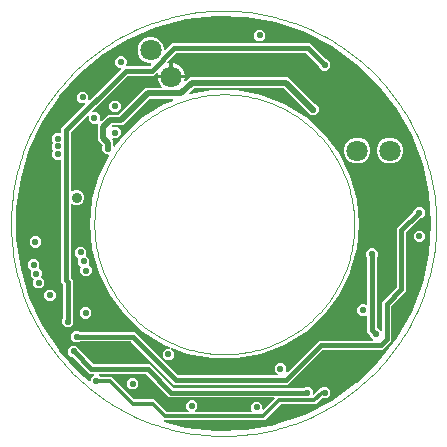
<source format=gbr>
G04 EAGLE Gerber RS-274X export*
G75*
%MOMM*%
%FSLAX35Y35*%
%LPD*%
%INcopper_layer15*%
%IPPOS*%
%AMOC8*
5,1,8,0,0,1.08239X$1,22.5*%
G01*
%ADD10C,0.010000*%
%ADD11C,0.050000*%
%ADD12C,1.800000*%
%ADD13C,0.553200*%
%ADD14C,0.900000*%
%ADD15C,0.406400*%
%ADD16C,0.304800*%
%ADD17C,0.400000*%
%ADD18C,0.508000*%
%ADD19C,0.500000*%

G36*
X185248Y-1741510D02*
X185248Y-1741510D01*
X185575Y-1741444D01*
X186353Y-1741388D01*
X437843Y-1694936D01*
X438157Y-1694823D01*
X438919Y-1694655D01*
X680965Y-1612080D01*
X681258Y-1611923D01*
X681988Y-1611645D01*
X909432Y-1494708D01*
X909699Y-1494511D01*
X910382Y-1494129D01*
X1118375Y-1345323D01*
X1118611Y-1345087D01*
X1119230Y-1344611D01*
X1303340Y-1167106D01*
X1303540Y-1166838D01*
X1304083Y-1166278D01*
X1460386Y-963858D01*
X1460545Y-963564D01*
X1461000Y-962930D01*
X1586165Y-739909D01*
X1586279Y-739596D01*
X1586638Y-738902D01*
X1677997Y-500033D01*
X1678064Y-499707D01*
X1678318Y-498968D01*
X1733924Y-249343D01*
X1733943Y-249009D01*
X1734086Y-248242D01*
X1752754Y6818D01*
X1752724Y7150D01*
X1752754Y7931D01*
X1734086Y262993D01*
X1734008Y263316D01*
X1733924Y264093D01*
X1678318Y513718D01*
X1678194Y514028D01*
X1677997Y514783D01*
X1586638Y753652D01*
X1586470Y753939D01*
X1586165Y754659D01*
X1461000Y977680D01*
X1460793Y977940D01*
X1460386Y978608D01*
X1304083Y1181028D01*
X1303839Y1181255D01*
X1303340Y1181856D01*
X1119230Y1359361D01*
X1118957Y1359549D01*
X1118375Y1360073D01*
X910382Y1508879D01*
X910160Y1508988D01*
X909998Y1509127D01*
X909826Y1509197D01*
X909432Y1509458D01*
X681988Y1626395D01*
X681671Y1626498D01*
X680964Y1626830D01*
X438918Y1709405D01*
X438590Y1709460D01*
X437843Y1709686D01*
X186353Y1756138D01*
X186021Y1756145D01*
X185247Y1756260D01*
X-70325Y1765601D01*
X-70656Y1765559D01*
X-71437Y1765560D01*
X-325646Y1737589D01*
X-325968Y1737499D01*
X-326740Y1737387D01*
X-574168Y1672701D01*
X-574472Y1672566D01*
X-575220Y1672342D01*
X-810593Y1572319D01*
X-810875Y1572141D01*
X-811582Y1571811D01*
X-1029883Y1438583D01*
X-1030135Y1438367D01*
X-1030788Y1437936D01*
X-1227364Y1274344D01*
X-1227583Y1274092D01*
X-1228165Y1273572D01*
X-1398827Y1083102D01*
X-1399007Y1082820D01*
X-1399507Y1082221D01*
X-1540618Y868931D01*
X-1540755Y868627D01*
X-1541163Y867961D01*
X-1649715Y636399D01*
X-1649806Y636077D01*
X-1650112Y635360D01*
X-1723792Y390460D01*
X-1723835Y390129D01*
X-1724033Y389374D01*
X-1761270Y136356D01*
X-1761265Y136023D01*
X-1761351Y135247D01*
X-1761351Y-120497D01*
X-1761332Y-120615D01*
X-1761341Y-120699D01*
X-1761294Y-120916D01*
X-1761270Y-121606D01*
X-1724033Y-374624D01*
X-1723932Y-374942D01*
X-1723792Y-375710D01*
X-1650112Y-620610D01*
X-1649966Y-620908D01*
X-1649715Y-621649D01*
X-1541163Y-853211D01*
X-1540974Y-853486D01*
X-1540618Y-854181D01*
X-1399507Y-1067471D01*
X-1399280Y-1067716D01*
X-1398827Y-1068352D01*
X-1228165Y-1258822D01*
X-1227905Y-1259031D01*
X-1227364Y-1259594D01*
X-1145154Y-1328011D01*
X-1144835Y-1328198D01*
X-1144567Y-1328453D01*
X-1143781Y-1328819D01*
X-1143033Y-1329259D01*
X-1142671Y-1329335D01*
X-1142336Y-1329491D01*
X-1141475Y-1329587D01*
X-1140625Y-1329766D01*
X-1140257Y-1329723D01*
X-1139890Y-1329763D01*
X-1139044Y-1329580D01*
X-1138181Y-1329479D01*
X-1137846Y-1329321D01*
X-1137485Y-1329243D01*
X-1136740Y-1328798D01*
X-1135956Y-1328428D01*
X-1135689Y-1328172D01*
X-1135372Y-1327982D01*
X-1134807Y-1327323D01*
X-1134182Y-1326722D01*
X-1134011Y-1326395D01*
X-1133770Y-1326114D01*
X-1133444Y-1325308D01*
X-1133044Y-1324540D01*
X-1132986Y-1324176D01*
X-1132848Y-1323833D01*
X-1132660Y-1322154D01*
X-1132660Y-1304258D01*
X-1106729Y-1278328D01*
X-1106311Y-1277746D01*
X-1105818Y-1277227D01*
X-1105598Y-1276754D01*
X-1105293Y-1276329D01*
X-1105082Y-1275644D01*
X-1104780Y-1274996D01*
X-1104723Y-1274478D01*
X-1104568Y-1273978D01*
X-1104587Y-1273261D01*
X-1104508Y-1272550D01*
X-1104618Y-1272041D01*
X-1104631Y-1271518D01*
X-1104877Y-1270844D01*
X-1105028Y-1270145D01*
X-1105296Y-1269697D01*
X-1105475Y-1269206D01*
X-1105922Y-1268646D01*
X-1106289Y-1268032D01*
X-1106685Y-1267692D01*
X-1107012Y-1267284D01*
X-1107612Y-1266897D01*
X-1108157Y-1266430D01*
X-1108643Y-1266234D01*
X-1109081Y-1265952D01*
X-1109774Y-1265776D01*
X-1110438Y-1265508D01*
X-1111150Y-1265428D01*
X-1111466Y-1265348D01*
X-1111704Y-1265366D01*
X-1112117Y-1265320D01*
X-1141701Y-1265320D01*
X-1282129Y-1124892D01*
X-1282868Y-1124362D01*
X-1283557Y-1123770D01*
X-1283862Y-1123647D01*
X-1284128Y-1123456D01*
X-1284997Y-1123188D01*
X-1285839Y-1122848D01*
X-1286251Y-1122802D01*
X-1286479Y-1122731D01*
X-1286806Y-1122740D01*
X-1287517Y-1122660D01*
X-1294741Y-1122660D01*
X-1322660Y-1094741D01*
X-1322660Y-1055258D01*
X-1294741Y-1027339D01*
X-1255258Y-1027339D01*
X-1227339Y-1055258D01*
X-1227339Y-1062483D01*
X-1227193Y-1063378D01*
X-1227123Y-1064285D01*
X-1226995Y-1064588D01*
X-1226942Y-1064911D01*
X-1226518Y-1065713D01*
X-1226162Y-1066551D01*
X-1225903Y-1066876D01*
X-1225791Y-1067086D01*
X-1225555Y-1067311D01*
X-1225108Y-1067870D01*
X-1110530Y-1182448D01*
X-1109792Y-1182978D01*
X-1109103Y-1183570D01*
X-1108798Y-1183693D01*
X-1108532Y-1183884D01*
X-1107663Y-1184152D01*
X-1106821Y-1184492D01*
X-1106408Y-1184538D01*
X-1106180Y-1184608D01*
X-1105854Y-1184600D01*
X-1105143Y-1184679D01*
X-633299Y-1184679D01*
X-435530Y-1382448D01*
X-434792Y-1382978D01*
X-434103Y-1383570D01*
X-433798Y-1383693D01*
X-433532Y-1383884D01*
X-432663Y-1384152D01*
X-431821Y-1384492D01*
X-431408Y-1384538D01*
X-431180Y-1384608D01*
X-430854Y-1384600D01*
X-430143Y-1384679D01*
X669763Y-1384679D01*
X670660Y-1384533D01*
X671566Y-1384463D01*
X671868Y-1384335D01*
X672191Y-1384282D01*
X672994Y-1383857D01*
X673831Y-1383502D01*
X674156Y-1383243D01*
X674366Y-1383131D01*
X674592Y-1382894D01*
X675150Y-1382448D01*
X680258Y-1377339D01*
X719741Y-1377339D01*
X747660Y-1405258D01*
X747660Y-1434107D01*
X747776Y-1434814D01*
X747794Y-1435529D01*
X747973Y-1436020D01*
X748058Y-1436536D01*
X748392Y-1437168D01*
X748638Y-1437841D01*
X748964Y-1438249D01*
X749208Y-1438711D01*
X749728Y-1439204D01*
X750174Y-1439763D01*
X750613Y-1440045D01*
X750992Y-1440406D01*
X751643Y-1440708D01*
X752243Y-1441095D01*
X752750Y-1441223D01*
X753223Y-1441444D01*
X753935Y-1441523D01*
X754629Y-1441699D01*
X755150Y-1441659D01*
X755669Y-1441717D01*
X756368Y-1441565D01*
X757083Y-1441510D01*
X757564Y-1441306D01*
X758074Y-1441196D01*
X758689Y-1440829D01*
X759348Y-1440549D01*
X759908Y-1440102D01*
X760188Y-1439935D01*
X760342Y-1439755D01*
X760668Y-1439495D01*
X810403Y-1389759D01*
X814683Y-1389759D01*
X815578Y-1389613D01*
X816486Y-1389543D01*
X816788Y-1389415D01*
X817111Y-1389362D01*
X817913Y-1388938D01*
X818751Y-1388582D01*
X819076Y-1388323D01*
X819286Y-1388211D01*
X819512Y-1387974D01*
X820070Y-1387528D01*
X830258Y-1377339D01*
X869741Y-1377339D01*
X897660Y-1405258D01*
X897660Y-1444741D01*
X869741Y-1472660D01*
X830333Y-1472660D01*
X829438Y-1472807D01*
X828530Y-1472877D01*
X828228Y-1473005D01*
X827905Y-1473058D01*
X827102Y-1473482D01*
X826265Y-1473838D01*
X825940Y-1474097D01*
X825729Y-1474208D01*
X825505Y-1474445D01*
X824945Y-1474892D01*
X774597Y-1525240D01*
X479861Y-1525240D01*
X478966Y-1525387D01*
X478058Y-1525457D01*
X477756Y-1525585D01*
X477433Y-1525638D01*
X476630Y-1526062D01*
X475793Y-1526418D01*
X475468Y-1526677D01*
X475258Y-1526788D01*
X475033Y-1527025D01*
X474473Y-1527472D01*
X341705Y-1660240D01*
X-506143Y-1660240D01*
X-506403Y-1660283D01*
X-506666Y-1660258D01*
X-507615Y-1660481D01*
X-508572Y-1660638D01*
X-508804Y-1660761D01*
X-509062Y-1660821D01*
X-509890Y-1661335D01*
X-510747Y-1661788D01*
X-510928Y-1661979D01*
X-511153Y-1662118D01*
X-511772Y-1662867D01*
X-512442Y-1663572D01*
X-512553Y-1663812D01*
X-512721Y-1664015D01*
X-513070Y-1664923D01*
X-513480Y-1665803D01*
X-513509Y-1666065D01*
X-513604Y-1666312D01*
X-513645Y-1667285D01*
X-513753Y-1668249D01*
X-513697Y-1668507D01*
X-513708Y-1668770D01*
X-513437Y-1669704D01*
X-513232Y-1670654D01*
X-513097Y-1670880D01*
X-513023Y-1671134D01*
X-512469Y-1671933D01*
X-511971Y-1672768D01*
X-511771Y-1672939D01*
X-511621Y-1673156D01*
X-510843Y-1673735D01*
X-510103Y-1674369D01*
X-509858Y-1674468D01*
X-509647Y-1674626D01*
X-508070Y-1675231D01*
X-326740Y-1722637D01*
X-326409Y-1722668D01*
X-325646Y-1722839D01*
X-71437Y-1750810D01*
X-71103Y-1750793D01*
X-70325Y-1750851D01*
X185248Y-1741510D01*
G37*
%LPC*%
G36*
X-494741Y-1147660D02*
X-494741Y-1147660D01*
X-522660Y-1119741D01*
X-522660Y-1080258D01*
X-494741Y-1052339D01*
X-468243Y-1052339D01*
X-467198Y-1052168D01*
X-466143Y-1052044D01*
X-465986Y-1051970D01*
X-465815Y-1051942D01*
X-464879Y-1051447D01*
X-463918Y-1050993D01*
X-463793Y-1050873D01*
X-463639Y-1050791D01*
X-462909Y-1050023D01*
X-462145Y-1049288D01*
X-462064Y-1049134D01*
X-461944Y-1049008D01*
X-461497Y-1048045D01*
X-461007Y-1047106D01*
X-460980Y-1046934D01*
X-460907Y-1046776D01*
X-460789Y-1045726D01*
X-460624Y-1044675D01*
X-460653Y-1044503D01*
X-460634Y-1044331D01*
X-460858Y-1043298D01*
X-461036Y-1042249D01*
X-461118Y-1042095D01*
X-461155Y-1041926D01*
X-461696Y-1041018D01*
X-462199Y-1040080D01*
X-462326Y-1039961D01*
X-462415Y-1039812D01*
X-463218Y-1039123D01*
X-463993Y-1038396D01*
X-464181Y-1038298D01*
X-464283Y-1038210D01*
X-464577Y-1038092D01*
X-465491Y-1037615D01*
X-508397Y-1020993D01*
X-687345Y-910193D01*
X-842891Y-768394D01*
X-969729Y-600433D01*
X-1063548Y-412020D01*
X-1121147Y-209579D01*
X-1140568Y0D01*
X-1121147Y209579D01*
X-1120207Y212886D01*
X-1120206Y212887D01*
X-1120206Y212888D01*
X-1111535Y243363D01*
X-1111534Y243364D01*
X-1111534Y243366D01*
X-1102863Y273841D01*
X-1102863Y273842D01*
X-1102863Y273843D01*
X-1096360Y296699D01*
X-1096359Y296700D01*
X-1096359Y296702D01*
X-1094192Y304318D01*
X-1094191Y304319D01*
X-1094191Y304320D01*
X-1087688Y327176D01*
X-1087688Y327178D01*
X-1087688Y327179D01*
X-1079017Y357654D01*
X-1079016Y357655D01*
X-1079016Y357656D01*
X-1070345Y388132D01*
X-1070344Y388133D01*
X-1063841Y410989D01*
X-1063841Y410991D01*
X-1063840Y410992D01*
X-1063548Y412020D01*
X-979244Y581324D01*
X-979032Y582012D01*
X-978728Y582664D01*
X-978671Y583179D01*
X-978518Y583675D01*
X-978535Y584394D01*
X-978456Y585109D01*
X-978565Y585616D01*
X-978578Y586135D01*
X-978824Y586811D01*
X-978977Y587514D01*
X-979243Y587960D01*
X-979420Y588447D01*
X-979868Y589009D01*
X-980237Y589628D01*
X-980631Y589966D01*
X-980954Y590371D01*
X-981558Y590761D01*
X-982105Y591230D01*
X-982587Y591424D01*
X-983022Y591705D01*
X-983719Y591883D01*
X-984387Y592152D01*
X-985091Y592231D01*
X-985407Y592311D01*
X-985647Y592293D01*
X-986065Y592339D01*
X-1004741Y592339D01*
X-1032660Y620258D01*
X-1032660Y659741D01*
X-1032632Y659770D01*
X-1032102Y660508D01*
X-1031510Y661198D01*
X-1031387Y661502D01*
X-1031196Y661768D01*
X-1030928Y662637D01*
X-1030588Y663479D01*
X-1030542Y663892D01*
X-1030471Y664120D01*
X-1030480Y664446D01*
X-1030400Y665158D01*
X-1030400Y668604D01*
X-1030547Y669499D01*
X-1030617Y670407D01*
X-1030745Y670709D01*
X-1030798Y671032D01*
X-1031222Y671835D01*
X-1031578Y672672D01*
X-1031837Y672997D01*
X-1031948Y673208D01*
X-1032185Y673432D01*
X-1032632Y673992D01*
X-1070000Y711360D01*
X-1070000Y844720D01*
X-1070032Y844914D01*
X-1070010Y845109D01*
X-1070230Y846125D01*
X-1070398Y847148D01*
X-1070490Y847322D01*
X-1070531Y847514D01*
X-1071063Y848407D01*
X-1071548Y849324D01*
X-1071691Y849459D01*
X-1071792Y849628D01*
X-1072579Y850303D01*
X-1073332Y851019D01*
X-1073510Y851102D01*
X-1073660Y851230D01*
X-1074624Y851619D01*
X-1075563Y852057D01*
X-1075758Y852078D01*
X-1075941Y852152D01*
X-1077620Y852339D01*
X-1119741Y852339D01*
X-1147660Y880258D01*
X-1147660Y911923D01*
X-1147776Y912630D01*
X-1147794Y913345D01*
X-1147973Y913836D01*
X-1148058Y914352D01*
X-1148392Y914984D01*
X-1148638Y915657D01*
X-1148964Y916065D01*
X-1149208Y916527D01*
X-1149728Y917020D01*
X-1150174Y917579D01*
X-1150613Y917861D01*
X-1150992Y918222D01*
X-1151643Y918524D01*
X-1152243Y918911D01*
X-1152750Y919039D01*
X-1153223Y919260D01*
X-1153935Y919339D01*
X-1154629Y919515D01*
X-1155150Y919475D01*
X-1155669Y919533D01*
X-1156368Y919381D01*
X-1157083Y919326D01*
X-1157564Y919122D01*
X-1158074Y919012D01*
X-1158689Y918645D01*
X-1159348Y918365D01*
X-1159908Y917918D01*
X-1160188Y917751D01*
X-1160342Y917571D01*
X-1160668Y917311D01*
X-1296348Y781630D01*
X-1296878Y780892D01*
X-1297470Y780203D01*
X-1297593Y779898D01*
X-1297784Y779632D01*
X-1298052Y778763D01*
X-1298392Y777921D01*
X-1298438Y777508D01*
X-1298508Y777280D01*
X-1298500Y776954D01*
X-1298579Y776243D01*
X-1298579Y286637D01*
X-1298506Y286185D01*
X-1298525Y285728D01*
X-1298308Y284978D01*
X-1298182Y284208D01*
X-1297968Y283805D01*
X-1297841Y283365D01*
X-1297396Y282722D01*
X-1297031Y282033D01*
X-1296700Y281718D01*
X-1296439Y281342D01*
X-1295814Y280876D01*
X-1295248Y280338D01*
X-1294833Y280145D01*
X-1294466Y279872D01*
X-1293724Y279629D01*
X-1293016Y279300D01*
X-1292562Y279249D01*
X-1292127Y279107D01*
X-1291347Y279114D01*
X-1290571Y279027D01*
X-1290124Y279124D01*
X-1289667Y279128D01*
X-1288357Y279507D01*
X-1288166Y279548D01*
X-1288120Y279575D01*
X-1288044Y279597D01*
X-1262929Y290000D01*
X-1237070Y290000D01*
X-1213180Y280105D01*
X-1194895Y261819D01*
X-1184999Y237929D01*
X-1184999Y212070D01*
X-1194895Y188180D01*
X-1213180Y169895D01*
X-1237070Y159999D01*
X-1262929Y159999D01*
X-1288044Y170403D01*
X-1288490Y170507D01*
X-1288904Y170700D01*
X-1289679Y170786D01*
X-1290440Y170965D01*
X-1290895Y170922D01*
X-1291349Y170973D01*
X-1292113Y170807D01*
X-1292890Y170734D01*
X-1293308Y170548D01*
X-1293754Y170452D01*
X-1294424Y170052D01*
X-1295138Y169735D01*
X-1295476Y169425D01*
X-1295868Y169191D01*
X-1296376Y168599D01*
X-1296951Y168071D01*
X-1297172Y167671D01*
X-1297470Y167323D01*
X-1297763Y166598D01*
X-1298139Y165915D01*
X-1298221Y165466D01*
X-1298392Y165042D01*
X-1298543Y163685D01*
X-1298578Y163494D01*
X-1298571Y163442D01*
X-1298579Y163363D01*
X-1298579Y-455595D01*
X-1298550Y-455776D01*
X-1298569Y-455951D01*
X-1298422Y-456632D01*
X-1298363Y-457398D01*
X-1298235Y-457701D01*
X-1298182Y-458024D01*
X-1298078Y-458220D01*
X-1298048Y-458356D01*
X-1297731Y-458888D01*
X-1297402Y-459664D01*
X-1297143Y-459988D01*
X-1297031Y-460199D01*
X-1296843Y-460378D01*
X-1296788Y-460470D01*
X-1296692Y-460552D01*
X-1296348Y-460983D01*
X-1284999Y-472331D01*
X-1284999Y-794442D01*
X-1284853Y-795338D01*
X-1284783Y-796245D01*
X-1284655Y-796548D01*
X-1284602Y-796871D01*
X-1284178Y-797673D01*
X-1283822Y-798511D01*
X-1283563Y-798836D01*
X-1283451Y-799046D01*
X-1283215Y-799271D01*
X-1282768Y-799830D01*
X-1277339Y-805258D01*
X-1277339Y-844741D01*
X-1305258Y-872660D01*
X-1344741Y-872660D01*
X-1372660Y-844741D01*
X-1372660Y-805258D01*
X-1367232Y-799830D01*
X-1366702Y-799092D01*
X-1366110Y-798402D01*
X-1365987Y-798098D01*
X-1365796Y-797832D01*
X-1365528Y-796963D01*
X-1365188Y-796121D01*
X-1365142Y-795708D01*
X-1365071Y-795480D01*
X-1365080Y-795153D01*
X-1365000Y-794442D01*
X-1365000Y-509077D01*
X-1365147Y-508182D01*
X-1365217Y-507274D01*
X-1365345Y-506972D01*
X-1365398Y-506649D01*
X-1365822Y-505846D01*
X-1366178Y-505009D01*
X-1366437Y-504684D01*
X-1366548Y-504473D01*
X-1366785Y-504249D01*
X-1366911Y-504092D01*
X-1366971Y-503990D01*
X-1367037Y-503933D01*
X-1367232Y-503689D01*
X-1379220Y-491701D01*
X-1379220Y539983D01*
X-1379336Y540691D01*
X-1379355Y541409D01*
X-1379534Y541899D01*
X-1379618Y542411D01*
X-1379953Y543045D01*
X-1380200Y543721D01*
X-1380526Y544127D01*
X-1380768Y544587D01*
X-1381289Y545082D01*
X-1381738Y545642D01*
X-1382175Y545923D01*
X-1382552Y546282D01*
X-1383204Y546585D01*
X-1383808Y546973D01*
X-1384312Y547100D01*
X-1384783Y547319D01*
X-1385497Y547399D01*
X-1386193Y547575D01*
X-1386712Y547534D01*
X-1387229Y547592D01*
X-1387931Y547440D01*
X-1388647Y547385D01*
X-1388753Y547339D01*
X-1429741Y547339D01*
X-1457660Y575258D01*
X-1457660Y614741D01*
X-1450289Y622112D01*
X-1450175Y622272D01*
X-1450021Y622395D01*
X-1449458Y623269D01*
X-1448853Y624111D01*
X-1448795Y624298D01*
X-1448689Y624464D01*
X-1448434Y625471D01*
X-1448129Y626462D01*
X-1448134Y626659D01*
X-1448086Y626849D01*
X-1448165Y627884D01*
X-1448192Y628922D01*
X-1448259Y629107D01*
X-1448274Y629303D01*
X-1448679Y630258D01*
X-1449035Y631234D01*
X-1449158Y631388D01*
X-1449235Y631568D01*
X-1450290Y632888D01*
X-1457660Y640258D01*
X-1457660Y679742D01*
X-1450290Y687112D01*
X-1450175Y687272D01*
X-1450021Y687394D01*
X-1449460Y688267D01*
X-1448853Y689110D01*
X-1448795Y689298D01*
X-1448689Y689463D01*
X-1448435Y690469D01*
X-1448129Y691462D01*
X-1448134Y691659D01*
X-1448086Y691849D01*
X-1448165Y692883D01*
X-1448192Y693922D01*
X-1448259Y694107D01*
X-1448274Y694303D01*
X-1448679Y695257D01*
X-1449035Y696233D01*
X-1449158Y696387D01*
X-1449235Y696568D01*
X-1450289Y697888D01*
X-1457660Y705258D01*
X-1457660Y744741D01*
X-1429741Y772660D01*
X-1388717Y772660D01*
X-1388379Y772623D01*
X-1387882Y772469D01*
X-1387163Y772487D01*
X-1386450Y772408D01*
X-1385942Y772518D01*
X-1385422Y772531D01*
X-1384747Y772777D01*
X-1384045Y772928D01*
X-1383599Y773195D01*
X-1383110Y773373D01*
X-1382548Y773822D01*
X-1381932Y774189D01*
X-1381594Y774583D01*
X-1381187Y774908D01*
X-1380797Y775512D01*
X-1380330Y776057D01*
X-1380135Y776539D01*
X-1379853Y776976D01*
X-1379677Y777673D01*
X-1379408Y778338D01*
X-1379329Y779045D01*
X-1379248Y779362D01*
X-1379267Y779601D01*
X-1379220Y780017D01*
X-1379220Y812801D01*
X-1177689Y1014332D01*
X-1177271Y1014913D01*
X-1176778Y1015433D01*
X-1176558Y1015906D01*
X-1176253Y1016331D01*
X-1176042Y1017015D01*
X-1175740Y1017664D01*
X-1175682Y1018182D01*
X-1175528Y1018682D01*
X-1175547Y1019398D01*
X-1175467Y1020109D01*
X-1175578Y1020620D01*
X-1175591Y1021142D01*
X-1175837Y1021814D01*
X-1175988Y1022514D01*
X-1176256Y1022963D01*
X-1176435Y1023454D01*
X-1176882Y1024013D01*
X-1177248Y1024628D01*
X-1177645Y1024968D01*
X-1177971Y1025376D01*
X-1178572Y1025763D01*
X-1179117Y1026230D01*
X-1179602Y1026426D01*
X-1180040Y1026708D01*
X-1180733Y1026883D01*
X-1181398Y1027152D01*
X-1182109Y1027232D01*
X-1182426Y1027312D01*
X-1182663Y1027293D01*
X-1183077Y1027339D01*
X-1219741Y1027339D01*
X-1247660Y1055258D01*
X-1247660Y1094741D01*
X-1219741Y1122660D01*
X-1180258Y1122660D01*
X-1152339Y1094741D01*
X-1152339Y1058077D01*
X-1152224Y1057370D01*
X-1152205Y1056654D01*
X-1152026Y1056164D01*
X-1151942Y1055648D01*
X-1151608Y1055016D01*
X-1151362Y1054343D01*
X-1151035Y1053934D01*
X-1150791Y1053473D01*
X-1150272Y1052979D01*
X-1149825Y1052421D01*
X-1149387Y1052138D01*
X-1149008Y1051778D01*
X-1148357Y1051475D01*
X-1147756Y1051088D01*
X-1147250Y1050960D01*
X-1146776Y1050740D01*
X-1146065Y1050661D01*
X-1145371Y1050485D01*
X-1144849Y1050525D01*
X-1144331Y1050467D01*
X-1143632Y1050618D01*
X-1142917Y1050673D01*
X-1142436Y1050878D01*
X-1141926Y1050988D01*
X-1141311Y1051355D01*
X-1140652Y1051634D01*
X-1140092Y1052082D01*
X-1139812Y1052248D01*
X-1139658Y1052429D01*
X-1139332Y1052689D01*
X-877689Y1314332D01*
X-877271Y1314913D01*
X-876778Y1315433D01*
X-876558Y1315906D01*
X-876253Y1316331D01*
X-876042Y1317015D01*
X-875740Y1317664D01*
X-875682Y1318182D01*
X-875528Y1318682D01*
X-875547Y1319398D01*
X-875467Y1320109D01*
X-875578Y1320620D01*
X-875591Y1321142D01*
X-875837Y1321814D01*
X-875988Y1322514D01*
X-876256Y1322963D01*
X-876435Y1323454D01*
X-876882Y1324013D01*
X-877248Y1324628D01*
X-877645Y1324968D01*
X-877971Y1325376D01*
X-878572Y1325763D01*
X-879117Y1326230D01*
X-879602Y1326426D01*
X-880040Y1326708D01*
X-880733Y1326883D01*
X-881398Y1327152D01*
X-882109Y1327232D01*
X-882426Y1327312D01*
X-882663Y1327293D01*
X-883077Y1327339D01*
X-894741Y1327339D01*
X-922660Y1355258D01*
X-922660Y1394741D01*
X-894741Y1422660D01*
X-855258Y1422660D01*
X-827339Y1394741D01*
X-827339Y1355258D01*
X-829270Y1353328D01*
X-829688Y1352747D01*
X-830182Y1352227D01*
X-830402Y1351753D01*
X-830707Y1351329D01*
X-830918Y1350645D01*
X-831219Y1349996D01*
X-831277Y1349478D01*
X-831431Y1348978D01*
X-831413Y1348261D01*
X-831492Y1347550D01*
X-831382Y1347041D01*
X-831368Y1346518D01*
X-831123Y1345844D01*
X-830971Y1345145D01*
X-830704Y1344697D01*
X-830525Y1344206D01*
X-830077Y1343646D01*
X-829711Y1343032D01*
X-829315Y1342693D01*
X-828988Y1342284D01*
X-828387Y1341896D01*
X-827843Y1341430D01*
X-827358Y1341234D01*
X-826919Y1340952D01*
X-826225Y1340776D01*
X-825561Y1340508D01*
X-824850Y1340428D01*
X-824534Y1340348D01*
X-824296Y1340366D01*
X-823883Y1340320D01*
X-816829Y1340320D01*
X-816501Y1340188D01*
X-816088Y1340142D01*
X-815860Y1340071D01*
X-815534Y1340080D01*
X-814823Y1340000D01*
X-635876Y1340000D01*
X-634981Y1340147D01*
X-634073Y1340217D01*
X-633771Y1340345D01*
X-633448Y1340398D01*
X-632645Y1340822D01*
X-631808Y1341178D01*
X-631483Y1341437D01*
X-631273Y1341548D01*
X-631048Y1341785D01*
X-630488Y1342232D01*
X-620728Y1351992D01*
X-620310Y1352573D01*
X-619817Y1353093D01*
X-619597Y1353566D01*
X-619292Y1353991D01*
X-619081Y1354675D01*
X-618779Y1355324D01*
X-618722Y1355842D01*
X-618568Y1356342D01*
X-618586Y1357058D01*
X-618507Y1357769D01*
X-618617Y1358280D01*
X-618631Y1358802D01*
X-618876Y1359474D01*
X-619028Y1360174D01*
X-619295Y1360623D01*
X-619474Y1361114D01*
X-619921Y1361673D01*
X-620288Y1362288D01*
X-620684Y1362628D01*
X-621011Y1363036D01*
X-621611Y1363423D01*
X-622156Y1363890D01*
X-622642Y1364086D01*
X-623080Y1364368D01*
X-623773Y1364543D01*
X-624438Y1364812D01*
X-625149Y1364892D01*
X-625465Y1364972D01*
X-625703Y1364953D01*
X-626116Y1364999D01*
X-646880Y1364999D01*
X-687310Y1381746D01*
X-718254Y1412690D01*
X-735000Y1453119D01*
X-735000Y1496880D01*
X-718254Y1537310D01*
X-687310Y1568254D01*
X-646880Y1585000D01*
X-603119Y1585000D01*
X-562690Y1568254D01*
X-531746Y1537310D01*
X-514999Y1496880D01*
X-514999Y1476116D01*
X-514884Y1475409D01*
X-514865Y1474694D01*
X-514686Y1474203D01*
X-514602Y1473688D01*
X-514268Y1473055D01*
X-514022Y1472382D01*
X-513695Y1471974D01*
X-513451Y1471512D01*
X-512932Y1471019D01*
X-512485Y1470460D01*
X-512047Y1470178D01*
X-511668Y1469817D01*
X-511017Y1469515D01*
X-510416Y1469128D01*
X-509910Y1469000D01*
X-509436Y1468779D01*
X-508725Y1468700D01*
X-508031Y1468524D01*
X-507509Y1468564D01*
X-506991Y1468507D01*
X-506292Y1468658D01*
X-505577Y1468713D01*
X-505096Y1468917D01*
X-504586Y1469028D01*
X-503971Y1469394D01*
X-503312Y1469674D01*
X-502752Y1470121D01*
X-502472Y1470288D01*
X-502318Y1470468D01*
X-501992Y1470728D01*
X-465724Y1506997D01*
X-465723Y1506998D01*
X-440060Y1532660D01*
X723908Y1532660D01*
X856677Y1399892D01*
X857415Y1399362D01*
X858104Y1398770D01*
X858409Y1398647D01*
X858675Y1398456D01*
X859544Y1398188D01*
X860386Y1397848D01*
X860798Y1397802D01*
X861027Y1397731D01*
X861353Y1397740D01*
X862064Y1397660D01*
X869741Y1397660D01*
X897660Y1369741D01*
X897660Y1330258D01*
X869741Y1302339D01*
X830258Y1302339D01*
X802339Y1330258D01*
X802339Y1337935D01*
X802193Y1338831D01*
X802123Y1339738D01*
X801995Y1340041D01*
X801942Y1340364D01*
X801518Y1341166D01*
X801162Y1342004D01*
X800903Y1342329D01*
X800791Y1342539D01*
X800555Y1342764D01*
X800108Y1343323D01*
X693003Y1450428D01*
X692265Y1450958D01*
X691575Y1451550D01*
X691271Y1451673D01*
X691004Y1451864D01*
X690136Y1452132D01*
X689293Y1452472D01*
X688881Y1452518D01*
X688653Y1452588D01*
X688326Y1452580D01*
X687615Y1452659D01*
X-403767Y1452659D01*
X-404663Y1452513D01*
X-405570Y1452443D01*
X-405873Y1452315D01*
X-406196Y1452262D01*
X-406998Y1451838D01*
X-407836Y1451482D01*
X-408161Y1451223D01*
X-408371Y1451111D01*
X-408596Y1450875D01*
X-409155Y1450428D01*
X-484209Y1375374D01*
X-484264Y1375297D01*
X-484304Y1375267D01*
X-484636Y1374785D01*
X-485109Y1374290D01*
X-485335Y1373808D01*
X-485645Y1373375D01*
X-485677Y1373272D01*
X-485699Y1373240D01*
X-485853Y1372700D01*
X-486153Y1372062D01*
X-486213Y1371533D01*
X-486370Y1371024D01*
X-486367Y1370904D01*
X-486375Y1370874D01*
X-486354Y1370411D01*
X-486352Y1370318D01*
X-486432Y1369617D01*
X-486320Y1369096D01*
X-486307Y1368564D01*
X-486263Y1368445D01*
X-486262Y1368416D01*
X-486107Y1368016D01*
X-486065Y1367902D01*
X-485917Y1367210D01*
X-485646Y1366752D01*
X-485463Y1366252D01*
X-485383Y1366152D01*
X-485371Y1366122D01*
X-485068Y1365758D01*
X-485022Y1365700D01*
X-484662Y1365093D01*
X-484259Y1364746D01*
X-483927Y1364330D01*
X-483822Y1364263D01*
X-483796Y1364231D01*
X-483327Y1363943D01*
X-482798Y1363487D01*
X-482305Y1363286D01*
X-481858Y1362998D01*
X-481744Y1362969D01*
X-481700Y1362942D01*
X-481148Y1362814D01*
X-480519Y1362558D01*
X-479988Y1362525D01*
X-479472Y1362394D01*
X-479367Y1362403D01*
X-479303Y1362388D01*
X-478433Y1362428D01*
X-478063Y1362404D01*
X-477825Y1362455D01*
X-477615Y1362465D01*
X-465239Y1364425D01*
X-465239Y1265239D01*
X-564425Y1265239D01*
X-562465Y1277615D01*
X-562465Y1277693D01*
X-562438Y1277783D01*
X-562451Y1278316D01*
X-562367Y1278841D01*
X-562474Y1279490D01*
X-562478Y1280076D01*
X-562498Y1280135D01*
X-562501Y1280243D01*
X-562683Y1280743D01*
X-562770Y1281269D01*
X-563092Y1281873D01*
X-563274Y1282404D01*
X-563303Y1282443D01*
X-563344Y1282555D01*
X-563677Y1282971D01*
X-563927Y1283441D01*
X-564439Y1283925D01*
X-564771Y1284358D01*
X-564802Y1284378D01*
X-564881Y1284477D01*
X-565328Y1284765D01*
X-565715Y1285131D01*
X-566357Y1285428D01*
X-566436Y1285479D01*
X-566812Y1285732D01*
X-566842Y1285740D01*
X-566950Y1285809D01*
X-567465Y1285940D01*
X-567949Y1286163D01*
X-568652Y1286240D01*
X-568774Y1286271D01*
X-569185Y1286384D01*
X-569214Y1286382D01*
X-569335Y1286413D01*
X-569866Y1286372D01*
X-570395Y1286430D01*
X-571084Y1286278D01*
X-571158Y1286273D01*
X-571642Y1286246D01*
X-571673Y1286233D01*
X-571789Y1286224D01*
X-572280Y1286016D01*
X-572799Y1285902D01*
X-573398Y1285543D01*
X-573927Y1285331D01*
X-573958Y1285304D01*
X-574054Y1285263D01*
X-574628Y1284805D01*
X-574909Y1284636D01*
X-575060Y1284460D01*
X-575374Y1284209D01*
X-599583Y1259999D01*
X-814823Y1259999D01*
X-815718Y1259853D01*
X-816625Y1259783D01*
X-816928Y1259655D01*
X-817251Y1259602D01*
X-818053Y1259178D01*
X-818891Y1258822D01*
X-819216Y1258563D01*
X-819426Y1258451D01*
X-819651Y1258215D01*
X-820210Y1257768D01*
X-1117311Y960668D01*
X-1117729Y960086D01*
X-1118222Y959567D01*
X-1118442Y959093D01*
X-1118747Y958669D01*
X-1118958Y957984D01*
X-1119260Y957336D01*
X-1119318Y956818D01*
X-1119472Y956318D01*
X-1119453Y955601D01*
X-1119533Y954890D01*
X-1119422Y954379D01*
X-1119408Y953858D01*
X-1119163Y953185D01*
X-1119012Y952485D01*
X-1118744Y952037D01*
X-1118565Y951546D01*
X-1118118Y950986D01*
X-1117751Y950372D01*
X-1117355Y950032D01*
X-1117028Y949624D01*
X-1116428Y949237D01*
X-1115883Y948770D01*
X-1115398Y948574D01*
X-1114959Y948292D01*
X-1114266Y948116D01*
X-1113602Y947848D01*
X-1112890Y947768D01*
X-1112574Y947688D01*
X-1112336Y947706D01*
X-1111923Y947660D01*
X-1080258Y947660D01*
X-1052339Y919741D01*
X-1052339Y879695D01*
X-1052224Y878988D01*
X-1052205Y878273D01*
X-1052026Y877783D01*
X-1051942Y877267D01*
X-1051608Y876635D01*
X-1051362Y875962D01*
X-1051035Y875553D01*
X-1050791Y875092D01*
X-1050272Y874598D01*
X-1049825Y874039D01*
X-1049387Y873757D01*
X-1049008Y873397D01*
X-1048357Y873094D01*
X-1047756Y872707D01*
X-1047250Y872579D01*
X-1046776Y872359D01*
X-1046065Y872279D01*
X-1045371Y872104D01*
X-1044849Y872144D01*
X-1044331Y872086D01*
X-1043632Y872237D01*
X-1042917Y872292D01*
X-1042435Y872497D01*
X-1041926Y872607D01*
X-1041311Y872973D01*
X-1040652Y873253D01*
X-1040092Y873700D01*
X-1039812Y873867D01*
X-1039658Y874048D01*
X-1039332Y874308D01*
X-1012992Y900648D01*
X-984400Y929240D01*
X-894557Y929240D01*
X-893662Y929387D01*
X-892754Y929457D01*
X-892452Y929585D01*
X-892129Y929638D01*
X-891326Y930062D01*
X-890489Y930418D01*
X-890164Y930677D01*
X-889953Y930788D01*
X-889729Y931025D01*
X-889169Y931472D01*
X-667849Y1152793D01*
X-534388Y1152793D01*
X-533681Y1152908D01*
X-532966Y1152927D01*
X-532475Y1153106D01*
X-531959Y1153190D01*
X-531326Y1153525D01*
X-530654Y1153770D01*
X-530246Y1154097D01*
X-529784Y1154341D01*
X-529291Y1154859D01*
X-528732Y1155307D01*
X-528449Y1155746D01*
X-528089Y1156124D01*
X-527787Y1156773D01*
X-527399Y1157376D01*
X-527271Y1157883D01*
X-527051Y1158356D01*
X-526972Y1159066D01*
X-526796Y1159761D01*
X-526836Y1160282D01*
X-526778Y1160801D01*
X-526930Y1161502D01*
X-526985Y1162215D01*
X-527189Y1162695D01*
X-527299Y1163206D01*
X-527666Y1163821D01*
X-527946Y1164480D01*
X-528393Y1165039D01*
X-528560Y1165320D01*
X-528741Y1165475D01*
X-529000Y1165800D01*
X-538023Y1174822D01*
X-548698Y1189515D01*
X-556946Y1205701D01*
X-562559Y1222978D01*
X-564425Y1234761D01*
X-457621Y1234761D01*
X-457427Y1234793D01*
X-457232Y1234771D01*
X-456217Y1234991D01*
X-455193Y1235158D01*
X-455019Y1235250D01*
X-454827Y1235292D01*
X-453935Y1235824D01*
X-453018Y1236309D01*
X-452882Y1236451D01*
X-452713Y1236552D01*
X-452038Y1237339D01*
X-451323Y1238093D01*
X-451240Y1238271D01*
X-451112Y1238420D01*
X-450722Y1239384D01*
X-450285Y1240324D01*
X-450263Y1240519D01*
X-450189Y1240702D01*
X-450002Y1242380D01*
X-450002Y1250002D01*
X-449998Y1250002D01*
X-449998Y1242380D01*
X-449966Y1242186D01*
X-449988Y1241991D01*
X-449768Y1240975D01*
X-449600Y1239952D01*
X-449508Y1239778D01*
X-449467Y1239586D01*
X-448935Y1238693D01*
X-448450Y1237776D01*
X-448307Y1237641D01*
X-448207Y1237472D01*
X-447419Y1236797D01*
X-446666Y1236081D01*
X-446488Y1235998D01*
X-446338Y1235870D01*
X-445374Y1235481D01*
X-444435Y1235043D01*
X-444240Y1235022D01*
X-444057Y1234948D01*
X-442378Y1234761D01*
X-335575Y1234761D01*
X-337441Y1222976D01*
X-338115Y1220901D01*
X-338218Y1220232D01*
X-338418Y1219584D01*
X-338403Y1219023D01*
X-338488Y1218469D01*
X-338372Y1217800D01*
X-338354Y1217124D01*
X-338162Y1216598D01*
X-338066Y1216044D01*
X-337743Y1215449D01*
X-337511Y1214813D01*
X-337160Y1214373D01*
X-336893Y1213881D01*
X-336398Y1213420D01*
X-335974Y1212890D01*
X-335503Y1212587D01*
X-335092Y1212204D01*
X-334474Y1211925D01*
X-333905Y1211558D01*
X-333362Y1211421D01*
X-332851Y1211189D01*
X-332177Y1211121D01*
X-331520Y1210955D01*
X-330960Y1210998D01*
X-330402Y1210941D01*
X-329743Y1211091D01*
X-329066Y1211143D01*
X-328549Y1211362D01*
X-328003Y1211487D01*
X-327425Y1211839D01*
X-326801Y1212104D01*
X-326186Y1212595D01*
X-325902Y1212768D01*
X-325765Y1212932D01*
X-325481Y1213158D01*
X-293640Y1245000D01*
X538640Y1245000D01*
X763748Y1019892D01*
X764486Y1019362D01*
X765176Y1018770D01*
X765480Y1018647D01*
X765747Y1018456D01*
X766615Y1018188D01*
X767458Y1017848D01*
X767870Y1017802D01*
X768098Y1017731D01*
X768425Y1017740D01*
X769136Y1017660D01*
X769741Y1017660D01*
X797660Y989741D01*
X797660Y950258D01*
X769741Y922339D01*
X730258Y922339D01*
X702339Y950258D01*
X702339Y950864D01*
X702193Y951759D01*
X702123Y952667D01*
X701995Y952969D01*
X701942Y953292D01*
X701518Y954095D01*
X701162Y954932D01*
X700903Y955257D01*
X700791Y955468D01*
X700555Y955692D01*
X700108Y956252D01*
X503592Y1152768D01*
X502853Y1153298D01*
X502164Y1153890D01*
X501859Y1154013D01*
X501593Y1154204D01*
X500724Y1154472D01*
X499882Y1154812D01*
X499470Y1154858D01*
X499242Y1154928D01*
X498915Y1154920D01*
X498204Y1154999D01*
X-253204Y1154999D01*
X-254099Y1154853D01*
X-255007Y1154783D01*
X-255309Y1154655D01*
X-255632Y1154602D01*
X-256435Y1154178D01*
X-257272Y1153822D01*
X-257597Y1153563D01*
X-257808Y1153451D01*
X-258032Y1153215D01*
X-258592Y1152768D01*
X-297440Y1113920D01*
X-297548Y1113768D01*
X-297693Y1113654D01*
X-298263Y1112775D01*
X-298876Y1111921D01*
X-298930Y1111744D01*
X-299031Y1111589D01*
X-299292Y1110572D01*
X-299600Y1109570D01*
X-299596Y1109385D01*
X-299642Y1109205D01*
X-299564Y1108155D01*
X-299537Y1107110D01*
X-299474Y1106937D01*
X-299460Y1106751D01*
X-299053Y1105781D01*
X-298694Y1104798D01*
X-298578Y1104653D01*
X-298506Y1104483D01*
X-297812Y1103695D01*
X-297157Y1102876D01*
X-297001Y1102776D01*
X-296879Y1102637D01*
X-295970Y1102112D01*
X-295088Y1101544D01*
X-294909Y1101498D01*
X-294748Y1101406D01*
X-293720Y1101198D01*
X-292703Y1100940D01*
X-292518Y1100954D01*
X-292336Y1100918D01*
X-290652Y1101042D01*
X-105238Y1135702D01*
X105238Y1135702D01*
X312131Y1097027D01*
X508397Y1020993D01*
X687344Y910194D01*
X842891Y768394D01*
X969730Y600431D01*
X1063548Y412020D01*
X1121147Y209579D01*
X1140568Y0D01*
X1121147Y-209579D01*
X1114614Y-232543D01*
X1114613Y-232544D01*
X1114613Y-232545D01*
X1108110Y-255401D01*
X1108109Y-255402D01*
X1108109Y-255403D01*
X1105942Y-263020D01*
X1105942Y-263021D01*
X1105942Y-263022D01*
X1099438Y-285878D01*
X1099438Y-285879D01*
X1099438Y-285881D01*
X1090767Y-316356D01*
X1090766Y-316357D01*
X1090766Y-316358D01*
X1082095Y-346833D01*
X1082095Y-346834D01*
X1082095Y-346835D01*
X1075592Y-369691D01*
X1075591Y-369693D01*
X1075591Y-369694D01*
X1073423Y-377311D01*
X1073423Y-377312D01*
X1073423Y-377313D01*
X1066920Y-400169D01*
X1066919Y-400170D01*
X1066919Y-400171D01*
X1063548Y-412020D01*
X969729Y-600433D01*
X842890Y-768395D01*
X687345Y-910193D01*
X508397Y-1020993D01*
X312131Y-1097027D01*
X105238Y-1135702D01*
X-105238Y-1135702D01*
X-312131Y-1097027D01*
X-439143Y-1047823D01*
X-440010Y-1047640D01*
X-440857Y-1047379D01*
X-441208Y-1047388D01*
X-441551Y-1047316D01*
X-442432Y-1047419D01*
X-443317Y-1047442D01*
X-443646Y-1047562D01*
X-443995Y-1047603D01*
X-444797Y-1047982D01*
X-445629Y-1048286D01*
X-445903Y-1048505D01*
X-446220Y-1048654D01*
X-446859Y-1049269D01*
X-447551Y-1049822D01*
X-447740Y-1050116D01*
X-447993Y-1050360D01*
X-448404Y-1051147D01*
X-448883Y-1051891D01*
X-448969Y-1052231D01*
X-449131Y-1052542D01*
X-449269Y-1053418D01*
X-449487Y-1054277D01*
X-449460Y-1054626D01*
X-449514Y-1054973D01*
X-449366Y-1055846D01*
X-449298Y-1056731D01*
X-449161Y-1057054D01*
X-449103Y-1057399D01*
X-448683Y-1058180D01*
X-448337Y-1058996D01*
X-448058Y-1059345D01*
X-447939Y-1059567D01*
X-447706Y-1059786D01*
X-447283Y-1060315D01*
X-427339Y-1080258D01*
X-427339Y-1119741D01*
X-455258Y-1147660D01*
X-494741Y-1147660D01*
G37*
%LPD*%
%LPC*%
G36*
X-422301Y-1359720D02*
X-422301Y-1359720D01*
X-789469Y-992552D01*
X-790208Y-992022D01*
X-790897Y-991430D01*
X-791202Y-991307D01*
X-791468Y-991116D01*
X-792337Y-990848D01*
X-793179Y-990508D01*
X-793591Y-990462D01*
X-793819Y-990391D01*
X-794146Y-990400D01*
X-794857Y-990320D01*
X-1219762Y-990320D01*
X-1220658Y-990467D01*
X-1221565Y-990537D01*
X-1221868Y-990665D01*
X-1222191Y-990718D01*
X-1222993Y-991142D01*
X-1223831Y-991498D01*
X-1224156Y-991757D01*
X-1224366Y-991868D01*
X-1224591Y-992105D01*
X-1225150Y-992552D01*
X-1230258Y-997660D01*
X-1269741Y-997660D01*
X-1297660Y-969741D01*
X-1297660Y-930258D01*
X-1269741Y-902339D01*
X-1230258Y-902339D01*
X-1225150Y-907448D01*
X-1224412Y-907978D01*
X-1223722Y-908570D01*
X-1223418Y-908693D01*
X-1223152Y-908884D01*
X-1222283Y-909152D01*
X-1221441Y-909492D01*
X-1221028Y-909538D01*
X-1220800Y-909608D01*
X-1220473Y-909600D01*
X-1219762Y-909679D01*
X-758299Y-909679D01*
X-391130Y-1276848D01*
X-390392Y-1277378D01*
X-389703Y-1277970D01*
X-389398Y-1278093D01*
X-389132Y-1278284D01*
X-388263Y-1278552D01*
X-387421Y-1278892D01*
X-387008Y-1278938D01*
X-386780Y-1279008D01*
X-386454Y-1279000D01*
X-385743Y-1279079D01*
X443283Y-1279079D01*
X443990Y-1278964D01*
X444705Y-1278945D01*
X445196Y-1278766D01*
X445711Y-1278682D01*
X446343Y-1278348D01*
X447017Y-1278102D01*
X447425Y-1277775D01*
X447887Y-1277531D01*
X448380Y-1277012D01*
X448939Y-1276565D01*
X449221Y-1276127D01*
X449582Y-1275748D01*
X449884Y-1275097D01*
X450271Y-1274496D01*
X450399Y-1273990D01*
X450619Y-1273516D01*
X450699Y-1272805D01*
X450874Y-1272111D01*
X450834Y-1271589D01*
X450892Y-1271071D01*
X450741Y-1270372D01*
X450686Y-1269657D01*
X450482Y-1269175D01*
X450371Y-1268666D01*
X450005Y-1268051D01*
X449725Y-1267392D01*
X449278Y-1266832D01*
X449111Y-1266552D01*
X448931Y-1266398D01*
X448671Y-1266072D01*
X427339Y-1244741D01*
X427339Y-1205258D01*
X455258Y-1177339D01*
X494741Y-1177339D01*
X522660Y-1205258D01*
X522660Y-1241323D01*
X522776Y-1242030D01*
X522794Y-1242745D01*
X522973Y-1243236D01*
X523058Y-1243752D01*
X523392Y-1244384D01*
X523638Y-1245057D01*
X523964Y-1245465D01*
X524208Y-1245927D01*
X524728Y-1246420D01*
X525174Y-1246979D01*
X525613Y-1247261D01*
X525992Y-1247622D01*
X526643Y-1247924D01*
X527243Y-1248311D01*
X527750Y-1248439D01*
X528223Y-1248660D01*
X528935Y-1248739D01*
X529629Y-1248915D01*
X530150Y-1248875D01*
X530669Y-1248933D01*
X531368Y-1248781D01*
X532083Y-1248726D01*
X532564Y-1248522D01*
X533074Y-1248412D01*
X533689Y-1248045D01*
X534348Y-1247765D01*
X534908Y-1247318D01*
X535188Y-1247151D01*
X535342Y-1246971D01*
X535668Y-1246711D01*
X797699Y-984679D01*
X1253883Y-984679D01*
X1254590Y-984564D01*
X1255305Y-984545D01*
X1255796Y-984366D01*
X1256311Y-984282D01*
X1256943Y-983948D01*
X1257617Y-983702D01*
X1258025Y-983375D01*
X1258487Y-983131D01*
X1258980Y-982612D01*
X1259539Y-982165D01*
X1259821Y-981727D01*
X1260182Y-981348D01*
X1260484Y-980697D01*
X1260871Y-980096D01*
X1260999Y-979590D01*
X1261219Y-979116D01*
X1261299Y-978405D01*
X1261474Y-977711D01*
X1261434Y-977189D01*
X1261492Y-976671D01*
X1261341Y-975972D01*
X1261286Y-975257D01*
X1261082Y-974776D01*
X1260971Y-974266D01*
X1260605Y-973651D01*
X1260325Y-972992D01*
X1259878Y-972432D01*
X1259711Y-972152D01*
X1259531Y-971998D01*
X1259271Y-971672D01*
X1233339Y-945741D01*
X1233339Y-938517D01*
X1233193Y-937622D01*
X1233123Y-936714D01*
X1232995Y-936412D01*
X1232942Y-936089D01*
X1232518Y-935286D01*
X1232162Y-934449D01*
X1231903Y-934124D01*
X1231791Y-933913D01*
X1231555Y-933689D01*
X1231108Y-933129D01*
X1209679Y-911701D01*
X1209679Y-776117D01*
X1209564Y-775410D01*
X1209545Y-774694D01*
X1209366Y-774204D01*
X1209282Y-773688D01*
X1208947Y-773056D01*
X1208702Y-772383D01*
X1208376Y-771975D01*
X1208131Y-771513D01*
X1207612Y-771019D01*
X1207165Y-770461D01*
X1206727Y-770178D01*
X1206348Y-769818D01*
X1205698Y-769516D01*
X1205096Y-769128D01*
X1204589Y-769000D01*
X1204116Y-768780D01*
X1203405Y-768701D01*
X1202710Y-768525D01*
X1202189Y-768565D01*
X1201671Y-768508D01*
X1200970Y-768659D01*
X1200257Y-768714D01*
X1199776Y-768918D01*
X1199266Y-769028D01*
X1198651Y-769395D01*
X1197991Y-769675D01*
X1197432Y-770122D01*
X1197152Y-770289D01*
X1196997Y-770469D01*
X1196672Y-770729D01*
X1194741Y-772660D01*
X1155258Y-772660D01*
X1127339Y-744741D01*
X1127339Y-705258D01*
X1155258Y-677339D01*
X1194741Y-677339D01*
X1196672Y-679270D01*
X1197253Y-679688D01*
X1197773Y-680182D01*
X1198247Y-680402D01*
X1198670Y-680707D01*
X1199355Y-680918D01*
X1200004Y-681219D01*
X1200522Y-681277D01*
X1201022Y-681431D01*
X1201739Y-681413D01*
X1202449Y-681492D01*
X1202959Y-681382D01*
X1203482Y-681368D01*
X1204155Y-681123D01*
X1204854Y-680971D01*
X1205303Y-680704D01*
X1205794Y-680525D01*
X1206354Y-680077D01*
X1206968Y-679711D01*
X1207307Y-679315D01*
X1207716Y-678988D01*
X1208103Y-678387D01*
X1208570Y-677843D01*
X1208766Y-677358D01*
X1209048Y-676919D01*
X1209224Y-676225D01*
X1209492Y-675561D01*
X1209572Y-674850D01*
X1209652Y-674534D01*
X1209633Y-674296D01*
X1209679Y-673883D01*
X1209679Y-280238D01*
X1209653Y-280075D01*
X1209669Y-279927D01*
X1209528Y-279271D01*
X1209463Y-278435D01*
X1209335Y-278132D01*
X1209282Y-277809D01*
X1209161Y-277581D01*
X1209148Y-277522D01*
X1208985Y-277248D01*
X1208858Y-277007D01*
X1208502Y-276169D01*
X1208243Y-275844D01*
X1208131Y-275634D01*
X1207895Y-275409D01*
X1207448Y-274850D01*
X1202339Y-269741D01*
X1202339Y-230258D01*
X1230258Y-202339D01*
X1269741Y-202339D01*
X1297660Y-230258D01*
X1297660Y-269741D01*
X1292552Y-274850D01*
X1292022Y-275588D01*
X1291665Y-276003D01*
X1291641Y-276029D01*
X1291638Y-276035D01*
X1291430Y-276278D01*
X1291307Y-276582D01*
X1291116Y-276848D01*
X1290848Y-277717D01*
X1290797Y-277844D01*
X1290603Y-278260D01*
X1290593Y-278346D01*
X1290508Y-278559D01*
X1290462Y-278972D01*
X1290391Y-279200D01*
X1290400Y-279526D01*
X1290320Y-280238D01*
X1290320Y-870720D01*
X1290352Y-870914D01*
X1290330Y-871109D01*
X1290550Y-872125D01*
X1290718Y-873148D01*
X1290810Y-873322D01*
X1290851Y-873514D01*
X1291383Y-874407D01*
X1291868Y-875324D01*
X1292011Y-875459D01*
X1292112Y-875628D01*
X1292899Y-876303D01*
X1293652Y-877019D01*
X1293830Y-877102D01*
X1293980Y-877230D01*
X1294944Y-877619D01*
X1295883Y-878057D01*
X1296078Y-878078D01*
X1296261Y-878152D01*
X1297940Y-878339D01*
X1300741Y-878339D01*
X1321672Y-899271D01*
X1322254Y-899689D01*
X1322773Y-900182D01*
X1323246Y-900402D01*
X1323670Y-900707D01*
X1324356Y-900918D01*
X1325004Y-901219D01*
X1325522Y-901277D01*
X1326022Y-901431D01*
X1326739Y-901413D01*
X1327449Y-901492D01*
X1327959Y-901382D01*
X1328482Y-901368D01*
X1329156Y-901123D01*
X1329854Y-900971D01*
X1330303Y-900704D01*
X1330794Y-900525D01*
X1331353Y-900078D01*
X1331968Y-899711D01*
X1332308Y-899314D01*
X1332716Y-898988D01*
X1333103Y-898388D01*
X1333570Y-897843D01*
X1333766Y-897357D01*
X1334048Y-896919D01*
X1334223Y-896226D01*
X1334492Y-895561D01*
X1334572Y-894850D01*
X1334652Y-894533D01*
X1334633Y-894296D01*
X1334679Y-893883D01*
X1334679Y-658299D01*
X1457448Y-535530D01*
X1457978Y-534792D01*
X1458570Y-534103D01*
X1458693Y-533798D01*
X1458884Y-533532D01*
X1459152Y-532663D01*
X1459492Y-531821D01*
X1459538Y-531408D01*
X1459608Y-531180D01*
X1459600Y-530854D01*
X1459679Y-530143D01*
X1459679Y-33299D01*
X1485530Y-7448D01*
X1600108Y107129D01*
X1600638Y107868D01*
X1601230Y108557D01*
X1601353Y108862D01*
X1601544Y109128D01*
X1601812Y109997D01*
X1602152Y110839D01*
X1602198Y111251D01*
X1602268Y111479D01*
X1602260Y111806D01*
X1602339Y112517D01*
X1602339Y119741D01*
X1630258Y147660D01*
X1669741Y147660D01*
X1697660Y119741D01*
X1697660Y80258D01*
X1669741Y52339D01*
X1662517Y52339D01*
X1661622Y52193D01*
X1660714Y52123D01*
X1660412Y51995D01*
X1660089Y51942D01*
X1659286Y51518D01*
X1658449Y51162D01*
X1658124Y50903D01*
X1657913Y50791D01*
X1657689Y50555D01*
X1657129Y50108D01*
X1542552Y-64469D01*
X1542022Y-65208D01*
X1541430Y-65897D01*
X1541307Y-66202D01*
X1541116Y-66468D01*
X1540848Y-67337D01*
X1540508Y-68179D01*
X1540462Y-68591D01*
X1540391Y-68819D01*
X1540400Y-69146D01*
X1540320Y-69857D01*
X1540320Y-566701D01*
X1417552Y-689469D01*
X1417022Y-690208D01*
X1416430Y-690897D01*
X1416307Y-691202D01*
X1416116Y-691468D01*
X1415848Y-692337D01*
X1415508Y-693179D01*
X1415462Y-693591D01*
X1415391Y-693819D01*
X1415400Y-694146D01*
X1415320Y-694857D01*
X1415320Y-991701D01*
X1341701Y-1065320D01*
X834257Y-1065320D01*
X833362Y-1065467D01*
X832454Y-1065537D01*
X832152Y-1065665D01*
X831829Y-1065718D01*
X831026Y-1066142D01*
X830189Y-1066498D01*
X829864Y-1066757D01*
X829653Y-1066868D01*
X829429Y-1067105D01*
X828869Y-1067552D01*
X536701Y-1359720D01*
X-422301Y-1359720D01*
G37*
%LPD*%
G36*
X-307330Y-1589644D02*
X-307330Y-1589644D01*
X-306615Y-1589625D01*
X-306124Y-1589446D01*
X-305608Y-1589362D01*
X-304976Y-1589028D01*
X-304303Y-1588782D01*
X-303895Y-1588455D01*
X-303433Y-1588211D01*
X-302940Y-1587692D01*
X-302381Y-1587245D01*
X-302099Y-1586807D01*
X-301738Y-1586428D01*
X-301436Y-1585777D01*
X-301049Y-1585176D01*
X-300921Y-1584670D01*
X-300700Y-1584196D01*
X-300621Y-1583485D01*
X-300445Y-1582791D01*
X-300485Y-1582269D01*
X-300428Y-1581751D01*
X-300579Y-1581052D01*
X-300634Y-1580337D01*
X-300838Y-1579855D01*
X-300948Y-1579346D01*
X-301315Y-1578731D01*
X-301595Y-1578072D01*
X-302042Y-1577512D01*
X-302209Y-1577232D01*
X-302389Y-1577078D01*
X-302649Y-1576752D01*
X-322660Y-1556741D01*
X-322660Y-1517258D01*
X-294741Y-1489339D01*
X-255258Y-1489339D01*
X-227339Y-1517258D01*
X-227339Y-1556741D01*
X-247351Y-1576752D01*
X-247769Y-1577334D01*
X-248262Y-1577853D01*
X-248482Y-1578326D01*
X-248787Y-1578750D01*
X-248998Y-1579436D01*
X-249299Y-1580084D01*
X-249357Y-1580602D01*
X-249511Y-1581102D01*
X-249493Y-1581819D01*
X-249572Y-1582529D01*
X-249462Y-1583039D01*
X-249448Y-1583562D01*
X-249203Y-1584236D01*
X-249051Y-1584934D01*
X-248784Y-1585383D01*
X-248605Y-1585874D01*
X-248158Y-1586433D01*
X-247791Y-1587048D01*
X-247394Y-1587388D01*
X-247068Y-1587796D01*
X-246468Y-1588183D01*
X-245923Y-1588650D01*
X-245437Y-1588846D01*
X-244999Y-1589128D01*
X-244306Y-1589303D01*
X-243641Y-1589572D01*
X-242930Y-1589652D01*
X-242613Y-1589732D01*
X-242376Y-1589713D01*
X-241963Y-1589759D01*
X228963Y-1589759D01*
X229670Y-1589644D01*
X230385Y-1589625D01*
X230876Y-1589446D01*
X231391Y-1589362D01*
X232024Y-1589027D01*
X232697Y-1588782D01*
X233105Y-1588455D01*
X233567Y-1588211D01*
X234059Y-1587693D01*
X234619Y-1587245D01*
X234902Y-1586806D01*
X235262Y-1586428D01*
X235563Y-1585779D01*
X235951Y-1585176D01*
X236079Y-1584669D01*
X236299Y-1584196D01*
X236379Y-1583486D01*
X236554Y-1582791D01*
X236514Y-1582270D01*
X236572Y-1581751D01*
X236421Y-1581050D01*
X236366Y-1580337D01*
X236162Y-1579857D01*
X236051Y-1579346D01*
X235684Y-1578731D01*
X235405Y-1578072D01*
X234958Y-1577513D01*
X234791Y-1577232D01*
X234610Y-1577077D01*
X234350Y-1576752D01*
X227339Y-1569742D01*
X227339Y-1530258D01*
X255258Y-1502339D01*
X294741Y-1502339D01*
X322660Y-1530258D01*
X322660Y-1561215D01*
X322776Y-1561922D01*
X322794Y-1562638D01*
X322973Y-1563128D01*
X323058Y-1563644D01*
X323392Y-1564276D01*
X323638Y-1564949D01*
X323964Y-1565358D01*
X324208Y-1565819D01*
X324728Y-1566313D01*
X325174Y-1566871D01*
X325613Y-1567153D01*
X325992Y-1567514D01*
X326643Y-1567817D01*
X327243Y-1568203D01*
X327750Y-1568332D01*
X328223Y-1568552D01*
X328935Y-1568631D01*
X329629Y-1568807D01*
X330150Y-1568767D01*
X330669Y-1568825D01*
X331368Y-1568673D01*
X332083Y-1568618D01*
X332564Y-1568414D01*
X333074Y-1568304D01*
X333689Y-1567937D01*
X334348Y-1567658D01*
X334908Y-1567210D01*
X335188Y-1567043D01*
X335342Y-1566863D01*
X335668Y-1566603D01*
X423943Y-1478328D01*
X424361Y-1477746D01*
X424854Y-1477227D01*
X425074Y-1476753D01*
X425379Y-1476329D01*
X425590Y-1475644D01*
X425892Y-1474996D01*
X425950Y-1474478D01*
X426104Y-1473978D01*
X426085Y-1473261D01*
X426165Y-1472550D01*
X426054Y-1472039D01*
X426041Y-1471518D01*
X425795Y-1470845D01*
X425644Y-1470145D01*
X425376Y-1469697D01*
X425197Y-1469206D01*
X424750Y-1468646D01*
X424383Y-1468032D01*
X423987Y-1467692D01*
X423661Y-1467284D01*
X423060Y-1466897D01*
X422515Y-1466430D01*
X422030Y-1466234D01*
X421592Y-1465952D01*
X420898Y-1465776D01*
X420234Y-1465508D01*
X419523Y-1465428D01*
X419206Y-1465348D01*
X418968Y-1465366D01*
X418555Y-1465320D01*
X-466701Y-1465320D01*
X-664469Y-1267552D01*
X-665208Y-1267022D01*
X-665897Y-1266430D01*
X-666202Y-1266307D01*
X-666468Y-1266116D01*
X-667337Y-1265848D01*
X-668179Y-1265508D01*
X-668591Y-1265462D01*
X-668819Y-1265391D01*
X-669146Y-1265400D01*
X-669857Y-1265320D01*
X-1057883Y-1265320D01*
X-1058590Y-1265436D01*
X-1059305Y-1265454D01*
X-1059796Y-1265633D01*
X-1060311Y-1265718D01*
X-1060943Y-1266052D01*
X-1061617Y-1266298D01*
X-1062025Y-1266624D01*
X-1062487Y-1266868D01*
X-1062980Y-1267388D01*
X-1063539Y-1267834D01*
X-1063821Y-1268273D01*
X-1064182Y-1268652D01*
X-1064484Y-1269303D01*
X-1064871Y-1269903D01*
X-1064999Y-1270410D01*
X-1065219Y-1270883D01*
X-1065299Y-1271595D01*
X-1065474Y-1272289D01*
X-1065434Y-1272810D01*
X-1065492Y-1273329D01*
X-1065341Y-1274028D01*
X-1065286Y-1274743D01*
X-1065082Y-1275224D01*
X-1064971Y-1275734D01*
X-1064605Y-1276349D01*
X-1064325Y-1277008D01*
X-1063878Y-1277568D01*
X-1063711Y-1277848D01*
X-1063531Y-1278002D01*
X-1063271Y-1278328D01*
X-1055070Y-1286528D01*
X-1054332Y-1287058D01*
X-1053643Y-1287650D01*
X-1053338Y-1287773D01*
X-1053072Y-1287964D01*
X-1052203Y-1288232D01*
X-1051361Y-1288572D01*
X-1050948Y-1288618D01*
X-1050720Y-1288688D01*
X-1050394Y-1288680D01*
X-1049683Y-1288759D01*
X-952298Y-1288759D01*
X-760582Y-1480476D01*
X-759844Y-1481006D01*
X-759154Y-1481598D01*
X-758850Y-1481721D01*
X-758584Y-1481912D01*
X-757715Y-1482179D01*
X-756873Y-1482520D01*
X-756460Y-1482566D01*
X-756232Y-1482636D01*
X-755906Y-1482628D01*
X-755194Y-1482707D01*
X-592455Y-1482707D01*
X-487634Y-1587528D01*
X-486896Y-1588058D01*
X-486207Y-1588650D01*
X-485902Y-1588773D01*
X-485636Y-1588964D01*
X-484767Y-1589232D01*
X-483925Y-1589572D01*
X-483513Y-1589618D01*
X-483284Y-1589688D01*
X-482958Y-1589680D01*
X-482247Y-1589759D01*
X-308037Y-1589759D01*
X-307330Y-1589644D01*
G37*
G36*
X-930172Y656758D02*
X-930172Y656758D01*
X-929658Y656771D01*
X-928978Y657019D01*
X-928271Y657174D01*
X-927830Y657438D01*
X-927347Y657614D01*
X-926781Y658067D01*
X-926160Y658438D01*
X-925678Y658948D01*
X-925424Y659150D01*
X-925293Y659355D01*
X-924999Y659665D01*
X-842890Y768395D01*
X-687345Y910193D01*
X-508397Y1020993D01*
X-438511Y1048067D01*
X-437592Y1048608D01*
X-436659Y1049101D01*
X-436540Y1049227D01*
X-436390Y1049315D01*
X-435695Y1050116D01*
X-434964Y1050885D01*
X-434891Y1051043D01*
X-434777Y1051174D01*
X-434374Y1052155D01*
X-433927Y1053116D01*
X-433907Y1053288D01*
X-433841Y1053450D01*
X-433771Y1054510D01*
X-433654Y1055562D01*
X-433691Y1055731D01*
X-433679Y1055905D01*
X-433951Y1056932D01*
X-434175Y1057967D01*
X-434264Y1058116D01*
X-434308Y1058284D01*
X-434893Y1059170D01*
X-435435Y1060080D01*
X-435567Y1060193D01*
X-435663Y1060338D01*
X-436496Y1060990D01*
X-437303Y1061682D01*
X-437465Y1061748D01*
X-437602Y1061854D01*
X-438599Y1062206D01*
X-439585Y1062604D01*
X-439796Y1062628D01*
X-439922Y1062673D01*
X-440237Y1062677D01*
X-441263Y1062792D01*
X-627413Y1062792D01*
X-628308Y1062645D01*
X-629216Y1062575D01*
X-629518Y1062447D01*
X-629841Y1062394D01*
X-630644Y1061970D01*
X-631481Y1061614D01*
X-631806Y1061355D01*
X-632017Y1061243D01*
X-632241Y1061007D01*
X-632801Y1060560D01*
X-854121Y839239D01*
X-943964Y839239D01*
X-944860Y839093D01*
X-945766Y839023D01*
X-946068Y838895D01*
X-946392Y838842D01*
X-947193Y838418D01*
X-948032Y838063D01*
X-948358Y837802D01*
X-948568Y837691D01*
X-948792Y837456D01*
X-949351Y837008D01*
X-950692Y835668D01*
X-951110Y835087D01*
X-951603Y834567D01*
X-951823Y834093D01*
X-952128Y833670D01*
X-952339Y832986D01*
X-952641Y832336D01*
X-952699Y831817D01*
X-952853Y831318D01*
X-952834Y830603D01*
X-952914Y829890D01*
X-952803Y829380D01*
X-952790Y828858D01*
X-952544Y828185D01*
X-952393Y827485D01*
X-952126Y827037D01*
X-951947Y826547D01*
X-951499Y825987D01*
X-951133Y825372D01*
X-950736Y825032D01*
X-950410Y824624D01*
X-949809Y824237D01*
X-949264Y823770D01*
X-948779Y823574D01*
X-948342Y823292D01*
X-947647Y823116D01*
X-946983Y822848D01*
X-946273Y822768D01*
X-945956Y822688D01*
X-945718Y822707D01*
X-945304Y822660D01*
X-905258Y822660D01*
X-877339Y794741D01*
X-877339Y755258D01*
X-905258Y727339D01*
X-939739Y727339D01*
X-940446Y727224D01*
X-941161Y727205D01*
X-941652Y727026D01*
X-942167Y726942D01*
X-942800Y726607D01*
X-943473Y726362D01*
X-943881Y726035D01*
X-944343Y725791D01*
X-944835Y725273D01*
X-945395Y724825D01*
X-945678Y724386D01*
X-946038Y724008D01*
X-946339Y723359D01*
X-946727Y722756D01*
X-946855Y722249D01*
X-947075Y721776D01*
X-947155Y721066D01*
X-947330Y720371D01*
X-947290Y719850D01*
X-947348Y719331D01*
X-947197Y718630D01*
X-947142Y717917D01*
X-946938Y717437D01*
X-946827Y716926D01*
X-946460Y716311D01*
X-946181Y715652D01*
X-945734Y715093D01*
X-945567Y714812D01*
X-945386Y714657D01*
X-945126Y714332D01*
X-939599Y708806D01*
X-939599Y665158D01*
X-939453Y664263D01*
X-939383Y663356D01*
X-939255Y663053D01*
X-939202Y662729D01*
X-938778Y661928D01*
X-938423Y661090D01*
X-938163Y660764D01*
X-938051Y660554D01*
X-937815Y660330D01*
X-937369Y659771D01*
X-936468Y658870D01*
X-935880Y658447D01*
X-935354Y657949D01*
X-934888Y657733D01*
X-934470Y657433D01*
X-933778Y657220D01*
X-933121Y656916D01*
X-932610Y656860D01*
X-932118Y656708D01*
X-931396Y656727D01*
X-930675Y656648D01*
X-930172Y656758D01*
G37*
%LPC*%
G36*
X1378119Y514999D02*
X1378119Y514999D01*
X1337690Y531746D01*
X1306746Y562690D01*
X1289999Y603119D01*
X1289999Y646880D01*
X1306746Y687310D01*
X1337690Y718254D01*
X1378119Y735000D01*
X1421880Y735000D01*
X1462310Y718254D01*
X1493254Y687310D01*
X1510000Y646880D01*
X1510000Y603119D01*
X1493254Y562690D01*
X1462310Y531746D01*
X1421880Y514999D01*
X1378119Y514999D01*
G37*
%LPD*%
%LPC*%
G36*
X1103119Y514999D02*
X1103119Y514999D01*
X1062690Y531746D01*
X1031746Y562690D01*
X1014999Y603119D01*
X1014999Y646880D01*
X1031746Y687310D01*
X1062690Y718254D01*
X1103119Y735000D01*
X1146880Y735000D01*
X1187310Y718254D01*
X1218254Y687310D01*
X1235000Y646880D01*
X1235000Y603119D01*
X1218254Y562690D01*
X1187310Y531746D01*
X1146880Y514999D01*
X1103119Y514999D01*
G37*
%LPD*%
%LPC*%
G36*
X-1190741Y-440660D02*
X-1190741Y-440660D01*
X-1218660Y-412741D01*
X-1218660Y-373258D01*
X-1214289Y-368888D01*
X-1214174Y-368727D01*
X-1214021Y-368605D01*
X-1213461Y-367735D01*
X-1212853Y-366889D01*
X-1212795Y-366701D01*
X-1212689Y-366536D01*
X-1212435Y-365533D01*
X-1212129Y-364538D01*
X-1212134Y-364341D01*
X-1212086Y-364150D01*
X-1212165Y-363113D01*
X-1212192Y-362078D01*
X-1212259Y-361894D01*
X-1212274Y-361697D01*
X-1212680Y-360739D01*
X-1213035Y-359766D01*
X-1213158Y-359612D01*
X-1213235Y-359431D01*
X-1214289Y-358112D01*
X-1238660Y-333741D01*
X-1238660Y-294259D01*
X-1237790Y-293388D01*
X-1237674Y-293228D01*
X-1237521Y-293105D01*
X-1236975Y-292257D01*
X-1236943Y-292223D01*
X-1236925Y-292186D01*
X-1236353Y-291390D01*
X-1236295Y-291201D01*
X-1236189Y-291036D01*
X-1235949Y-290086D01*
X-1235905Y-289992D01*
X-1235895Y-289902D01*
X-1235629Y-289038D01*
X-1235634Y-288841D01*
X-1235586Y-288651D01*
X-1235655Y-287749D01*
X-1235632Y-287546D01*
X-1235672Y-287365D01*
X-1235692Y-286578D01*
X-1235759Y-286393D01*
X-1235774Y-286197D01*
X-1236081Y-285473D01*
X-1236153Y-285141D01*
X-1236315Y-284869D01*
X-1236535Y-284267D01*
X-1236658Y-284113D01*
X-1236735Y-283932D01*
X-1237285Y-283244D01*
X-1237413Y-283028D01*
X-1237553Y-282908D01*
X-1237789Y-282612D01*
X-1262660Y-257741D01*
X-1262660Y-218258D01*
X-1234741Y-190339D01*
X-1195258Y-190339D01*
X-1167339Y-218258D01*
X-1167339Y-257741D01*
X-1168210Y-258612D01*
X-1168325Y-258773D01*
X-1168478Y-258895D01*
X-1169038Y-259765D01*
X-1169647Y-260611D01*
X-1169705Y-260799D01*
X-1169811Y-260964D01*
X-1170064Y-261967D01*
X-1170371Y-262962D01*
X-1170366Y-263159D01*
X-1170414Y-263349D01*
X-1170334Y-264387D01*
X-1170308Y-265422D01*
X-1170241Y-265606D01*
X-1170226Y-265803D01*
X-1169819Y-266761D01*
X-1169464Y-267734D01*
X-1169342Y-267888D01*
X-1169265Y-268068D01*
X-1168210Y-269388D01*
X-1143339Y-294258D01*
X-1143339Y-333742D01*
X-1147710Y-338112D01*
X-1147825Y-338272D01*
X-1147978Y-338394D01*
X-1148540Y-339267D01*
X-1149146Y-340110D01*
X-1149204Y-340298D01*
X-1149311Y-340463D01*
X-1149565Y-341469D01*
X-1149871Y-342462D01*
X-1149866Y-342659D01*
X-1149914Y-342849D01*
X-1149835Y-343883D01*
X-1149808Y-344922D01*
X-1149741Y-345107D01*
X-1149726Y-345303D01*
X-1149321Y-346257D01*
X-1148964Y-347233D01*
X-1148841Y-347387D01*
X-1148765Y-347568D01*
X-1147710Y-348888D01*
X-1123339Y-373258D01*
X-1123339Y-412741D01*
X-1151258Y-440660D01*
X-1190741Y-440660D01*
G37*
%LPD*%
%LPC*%
G36*
X-1590741Y-542660D02*
X-1590741Y-542660D01*
X-1618660Y-514741D01*
X-1618660Y-475258D01*
X-1616289Y-472888D01*
X-1616174Y-472727D01*
X-1616021Y-472605D01*
X-1615461Y-471735D01*
X-1614853Y-470889D01*
X-1614795Y-470701D01*
X-1614689Y-470536D01*
X-1614435Y-469533D01*
X-1614129Y-468538D01*
X-1614134Y-468341D01*
X-1614086Y-468150D01*
X-1614165Y-467113D01*
X-1614192Y-466078D01*
X-1614259Y-465894D01*
X-1614274Y-465697D01*
X-1614680Y-464739D01*
X-1615035Y-463766D01*
X-1615158Y-463612D01*
X-1615235Y-463431D01*
X-1616289Y-462112D01*
X-1640660Y-437741D01*
X-1640660Y-398258D01*
X-1637290Y-394888D01*
X-1637175Y-394728D01*
X-1637021Y-394605D01*
X-1636460Y-393733D01*
X-1635853Y-392890D01*
X-1635795Y-392702D01*
X-1635689Y-392536D01*
X-1635435Y-391532D01*
X-1635129Y-390538D01*
X-1635134Y-390341D01*
X-1635086Y-390151D01*
X-1635165Y-389117D01*
X-1635192Y-388078D01*
X-1635259Y-387893D01*
X-1635274Y-387697D01*
X-1635679Y-386742D01*
X-1636035Y-385766D01*
X-1636158Y-385613D01*
X-1636235Y-385432D01*
X-1637289Y-384112D01*
X-1660660Y-360741D01*
X-1660660Y-321258D01*
X-1632741Y-293339D01*
X-1593258Y-293339D01*
X-1565339Y-321258D01*
X-1565339Y-360741D01*
X-1568710Y-364112D01*
X-1568825Y-364273D01*
X-1568978Y-364395D01*
X-1569538Y-365265D01*
X-1570147Y-366111D01*
X-1570205Y-366299D01*
X-1570311Y-366464D01*
X-1570564Y-367467D01*
X-1570871Y-368462D01*
X-1570866Y-368659D01*
X-1570914Y-368849D01*
X-1570834Y-369887D01*
X-1570808Y-370922D01*
X-1570741Y-371106D01*
X-1570726Y-371303D01*
X-1570319Y-372261D01*
X-1569964Y-373234D01*
X-1569842Y-373388D01*
X-1569765Y-373568D01*
X-1568710Y-374888D01*
X-1545339Y-398258D01*
X-1545339Y-437742D01*
X-1547710Y-440112D01*
X-1547825Y-440272D01*
X-1547978Y-440394D01*
X-1548540Y-441267D01*
X-1549146Y-442110D01*
X-1549204Y-442298D01*
X-1549311Y-442463D01*
X-1549565Y-443468D01*
X-1549871Y-444462D01*
X-1549866Y-444659D01*
X-1549914Y-444849D01*
X-1549835Y-445883D01*
X-1549808Y-446922D01*
X-1549741Y-447106D01*
X-1549726Y-447303D01*
X-1549320Y-448258D01*
X-1548964Y-449233D01*
X-1548841Y-449388D01*
X-1548765Y-449568D01*
X-1547710Y-450888D01*
X-1523339Y-475258D01*
X-1523339Y-514741D01*
X-1551258Y-542660D01*
X-1590741Y-542660D01*
G37*
%LPD*%
%LPC*%
G36*
X280258Y1552339D02*
X280258Y1552339D01*
X252339Y1580258D01*
X252339Y1619741D01*
X280258Y1647660D01*
X319741Y1647660D01*
X347660Y1619741D01*
X347660Y1580258D01*
X319741Y1552339D01*
X280258Y1552339D01*
G37*
%LPD*%
%LPC*%
G36*
X-944741Y952339D02*
X-944741Y952339D01*
X-972660Y980258D01*
X-972660Y1019741D01*
X-944741Y1047660D01*
X-905258Y1047660D01*
X-877339Y1019741D01*
X-877339Y980258D01*
X-905258Y952339D01*
X-944741Y952339D01*
G37*
%LPD*%
%LPC*%
G36*
X1630258Y-147660D02*
X1630258Y-147660D01*
X1602339Y-119741D01*
X1602339Y-80258D01*
X1630258Y-52339D01*
X1669741Y-52339D01*
X1697660Y-80258D01*
X1697660Y-119741D01*
X1669741Y-147660D01*
X1630258Y-147660D01*
G37*
%LPD*%
%LPC*%
G36*
X-1619741Y-197660D02*
X-1619741Y-197660D01*
X-1647660Y-169741D01*
X-1647660Y-130258D01*
X-1619741Y-102339D01*
X-1580258Y-102339D01*
X-1552339Y-130258D01*
X-1552339Y-169741D01*
X-1580258Y-197660D01*
X-1619741Y-197660D01*
G37*
%LPD*%
%LPC*%
G36*
X-1494741Y-647660D02*
X-1494741Y-647660D01*
X-1522660Y-619741D01*
X-1522660Y-580258D01*
X-1494741Y-552339D01*
X-1455258Y-552339D01*
X-1427339Y-580258D01*
X-1427339Y-619741D01*
X-1455258Y-647660D01*
X-1494741Y-647660D01*
G37*
%LPD*%
%LPC*%
G36*
X-1194741Y-797660D02*
X-1194741Y-797660D01*
X-1222660Y-769741D01*
X-1222660Y-730258D01*
X-1194741Y-702339D01*
X-1155258Y-702339D01*
X-1127339Y-730258D01*
X-1127339Y-769741D01*
X-1155258Y-797660D01*
X-1194741Y-797660D01*
G37*
%LPD*%
%LPC*%
G36*
X-794741Y-1397660D02*
X-794741Y-1397660D01*
X-822660Y-1369741D01*
X-822660Y-1330258D01*
X-794741Y-1302339D01*
X-755258Y-1302339D01*
X-727339Y-1330258D01*
X-727339Y-1369741D01*
X-755258Y-1397660D01*
X-794741Y-1397660D01*
G37*
%LPD*%
%LPC*%
G36*
X-434761Y1265239D02*
X-434761Y1265239D01*
X-434761Y1364425D01*
X-422978Y1362559D01*
X-405701Y1356946D01*
X-389515Y1348698D01*
X-374823Y1338024D01*
X-361976Y1325177D01*
X-351301Y1310484D01*
X-343054Y1294298D01*
X-337441Y1277022D01*
X-335574Y1265239D01*
X-434761Y1265239D01*
G37*
%LPD*%
D10*
X1793375Y-42625D02*
X1793375Y57375D01*
D11*
X-1806625Y7375D02*
X-1806083Y51549D01*
X-1804457Y95697D01*
X-1801748Y139791D01*
X-1797958Y183806D01*
X-1793088Y227714D01*
X-1787143Y271490D01*
X-1780125Y315106D01*
X-1772039Y358538D01*
X-1762889Y401757D01*
X-1752681Y444739D01*
X-1741422Y487458D01*
X-1729118Y529887D01*
X-1715776Y572002D01*
X-1701404Y613777D01*
X-1686012Y655186D01*
X-1669608Y696205D01*
X-1652203Y736809D01*
X-1633806Y776974D01*
X-1614429Y816675D01*
X-1594083Y855889D01*
X-1572782Y894592D01*
X-1550536Y932760D01*
X-1527361Y970371D01*
X-1503270Y1007401D01*
X-1478278Y1043830D01*
X-1452399Y1079634D01*
X-1425649Y1114792D01*
X-1398044Y1149283D01*
X-1369601Y1183086D01*
X-1340337Y1216181D01*
X-1310270Y1248548D01*
X-1279417Y1280167D01*
X-1247798Y1311020D01*
X-1215431Y1341087D01*
X-1182336Y1370351D01*
X-1148533Y1398794D01*
X-1114042Y1426399D01*
X-1078884Y1453149D01*
X-1043080Y1479028D01*
X-1006651Y1504020D01*
X-969621Y1528111D01*
X-932010Y1551286D01*
X-893842Y1573532D01*
X-855139Y1594833D01*
X-815925Y1615179D01*
X-776224Y1634556D01*
X-736059Y1652953D01*
X-695455Y1670358D01*
X-654436Y1686762D01*
X-613027Y1702154D01*
X-571252Y1716526D01*
X-529137Y1729868D01*
X-486708Y1742172D01*
X-443989Y1753431D01*
X-401007Y1763639D01*
X-357788Y1772789D01*
X-314356Y1780875D01*
X-270740Y1787893D01*
X-226964Y1793838D01*
X-183056Y1798708D01*
X-139041Y1802498D01*
X-94947Y1805207D01*
X-50799Y1806833D01*
X-6625Y1807375D01*
X37549Y1806833D01*
X81697Y1805207D01*
X125791Y1802498D01*
X169806Y1798708D01*
X213714Y1793838D01*
X257490Y1787893D01*
X301106Y1780875D01*
X344538Y1772789D01*
X387757Y1763639D01*
X430739Y1753431D01*
X473458Y1742172D01*
X515887Y1729868D01*
X558002Y1716526D01*
X599777Y1702154D01*
X641186Y1686762D01*
X682205Y1670358D01*
X722809Y1652953D01*
X762974Y1634556D01*
X802675Y1615179D01*
X841889Y1594833D01*
X880592Y1573532D01*
X918760Y1551286D01*
X956371Y1528111D01*
X993401Y1504020D01*
X1029830Y1479028D01*
X1065634Y1453149D01*
X1100792Y1426399D01*
X1135283Y1398794D01*
X1169086Y1370351D01*
X1202181Y1341087D01*
X1234548Y1311020D01*
X1266167Y1280167D01*
X1297020Y1248548D01*
X1327087Y1216181D01*
X1356351Y1183086D01*
X1384794Y1149283D01*
X1412399Y1114792D01*
X1439149Y1079634D01*
X1465028Y1043830D01*
X1490020Y1007401D01*
X1514111Y970371D01*
X1537286Y932760D01*
X1559532Y894592D01*
X1580833Y855889D01*
X1601179Y816675D01*
X1620556Y776974D01*
X1638953Y736809D01*
X1656358Y696205D01*
X1672762Y655186D01*
X1688154Y613777D01*
X1702526Y572002D01*
X1715868Y529887D01*
X1728172Y487458D01*
X1739431Y444739D01*
X1749639Y401757D01*
X1758789Y358538D01*
X1766875Y315106D01*
X1773893Y271490D01*
X1779838Y227714D01*
X1784708Y183806D01*
X1788498Y139791D01*
X1791207Y95697D01*
X1792833Y51549D01*
X1793375Y7375D01*
X1792833Y-36799D01*
X1791207Y-80947D01*
X1788498Y-125041D01*
X1784708Y-169056D01*
X1779838Y-212964D01*
X1773893Y-256740D01*
X1766875Y-300356D01*
X1758789Y-343788D01*
X1749639Y-387007D01*
X1739431Y-429989D01*
X1728172Y-472708D01*
X1715868Y-515137D01*
X1702526Y-557252D01*
X1688154Y-599027D01*
X1672762Y-640436D01*
X1656358Y-681455D01*
X1638953Y-722059D01*
X1620556Y-762224D01*
X1601179Y-801925D01*
X1580833Y-841139D01*
X1559532Y-879842D01*
X1537286Y-918010D01*
X1514111Y-955621D01*
X1490020Y-992651D01*
X1465028Y-1029080D01*
X1439149Y-1064884D01*
X1412399Y-1100042D01*
X1384794Y-1134533D01*
X1356351Y-1168336D01*
X1327087Y-1201431D01*
X1297020Y-1233798D01*
X1266167Y-1265417D01*
X1234548Y-1296270D01*
X1202181Y-1326337D01*
X1169086Y-1355601D01*
X1135283Y-1384044D01*
X1100792Y-1411649D01*
X1065634Y-1438399D01*
X1029830Y-1464278D01*
X993401Y-1489270D01*
X956371Y-1513361D01*
X918760Y-1536536D01*
X880592Y-1558782D01*
X841889Y-1580083D01*
X802675Y-1600429D01*
X762974Y-1619806D01*
X722809Y-1638203D01*
X682205Y-1655608D01*
X641186Y-1672012D01*
X599777Y-1687404D01*
X558002Y-1701776D01*
X515887Y-1715118D01*
X473458Y-1727422D01*
X430739Y-1738681D01*
X387757Y-1748889D01*
X344538Y-1758039D01*
X301106Y-1766125D01*
X257490Y-1773143D01*
X213714Y-1779088D01*
X169806Y-1783958D01*
X125791Y-1787748D01*
X81697Y-1790457D01*
X37549Y-1792083D01*
X-6625Y-1792625D01*
X-50799Y-1792083D01*
X-94947Y-1790457D01*
X-139041Y-1787748D01*
X-183056Y-1783958D01*
X-226964Y-1779088D01*
X-270740Y-1773143D01*
X-314356Y-1766125D01*
X-357788Y-1758039D01*
X-401007Y-1748889D01*
X-443989Y-1738681D01*
X-486708Y-1727422D01*
X-529137Y-1715118D01*
X-571252Y-1701776D01*
X-613027Y-1687404D01*
X-654436Y-1672012D01*
X-695455Y-1655608D01*
X-736059Y-1638203D01*
X-776224Y-1619806D01*
X-815925Y-1600429D01*
X-855139Y-1580083D01*
X-893842Y-1558782D01*
X-932010Y-1536536D01*
X-969621Y-1513361D01*
X-1006651Y-1489270D01*
X-1043080Y-1464278D01*
X-1078884Y-1438399D01*
X-1114042Y-1411649D01*
X-1148533Y-1384044D01*
X-1182336Y-1355601D01*
X-1215431Y-1326337D01*
X-1247798Y-1296270D01*
X-1279417Y-1265417D01*
X-1310270Y-1233798D01*
X-1340337Y-1201431D01*
X-1369601Y-1168336D01*
X-1398044Y-1134533D01*
X-1425649Y-1100042D01*
X-1452399Y-1064884D01*
X-1478278Y-1029080D01*
X-1503270Y-992651D01*
X-1527361Y-955621D01*
X-1550536Y-918010D01*
X-1572782Y-879842D01*
X-1594083Y-841139D01*
X-1614429Y-801925D01*
X-1633806Y-762224D01*
X-1652203Y-722059D01*
X-1669608Y-681455D01*
X-1686012Y-640436D01*
X-1701404Y-599027D01*
X-1715776Y-557252D01*
X-1729118Y-515137D01*
X-1741422Y-472708D01*
X-1752681Y-429989D01*
X-1762889Y-387007D01*
X-1772039Y-343788D01*
X-1780125Y-300356D01*
X-1787143Y-256740D01*
X-1793088Y-212964D01*
X-1797958Y-169056D01*
X-1801748Y-125041D01*
X-1804457Y-80947D01*
X-1806083Y-36799D01*
X-1806625Y7375D01*
X-1100000Y0D02*
X-1099669Y26995D01*
X-1098675Y53974D01*
X-1097020Y80921D01*
X-1094703Y107819D01*
X-1091727Y134652D01*
X-1088094Y161404D01*
X-1083805Y188058D01*
X-1078864Y214599D01*
X-1073272Y241011D01*
X-1067034Y267278D01*
X-1060154Y293384D01*
X-1052634Y319313D01*
X-1044481Y345050D01*
X-1035698Y370579D01*
X-1026292Y395885D01*
X-1016267Y420952D01*
X-1005631Y445765D01*
X-994388Y470311D01*
X-982547Y494572D01*
X-970113Y518536D01*
X-957096Y542188D01*
X-943501Y565513D01*
X-929339Y588497D01*
X-914617Y611127D01*
X-899343Y633389D01*
X-883528Y655269D01*
X-867181Y676755D01*
X-850311Y697833D01*
X-832930Y718490D01*
X-815046Y738715D01*
X-796672Y758495D01*
X-777817Y777817D01*
X-758495Y796672D01*
X-738715Y815046D01*
X-718490Y832930D01*
X-697833Y850311D01*
X-676755Y867181D01*
X-655269Y883528D01*
X-633389Y899343D01*
X-611127Y914617D01*
X-588497Y929339D01*
X-565513Y943501D01*
X-542188Y957096D01*
X-518536Y970113D01*
X-494572Y982547D01*
X-470311Y994388D01*
X-445765Y1005631D01*
X-420952Y1016267D01*
X-395885Y1026292D01*
X-370579Y1035698D01*
X-345050Y1044481D01*
X-319313Y1052634D01*
X-293384Y1060154D01*
X-267278Y1067034D01*
X-241011Y1073272D01*
X-214599Y1078864D01*
X-188058Y1083805D01*
X-161404Y1088094D01*
X-134652Y1091727D01*
X-107819Y1094703D01*
X-80921Y1097020D01*
X-53974Y1098675D01*
X-26995Y1099669D01*
X0Y1100000D01*
X26995Y1099669D01*
X53974Y1098675D01*
X80921Y1097020D01*
X107819Y1094703D01*
X134652Y1091727D01*
X161404Y1088094D01*
X188058Y1083805D01*
X214599Y1078864D01*
X241011Y1073272D01*
X267278Y1067034D01*
X293384Y1060154D01*
X319313Y1052634D01*
X345050Y1044481D01*
X370579Y1035698D01*
X395885Y1026292D01*
X420952Y1016267D01*
X445765Y1005631D01*
X470311Y994388D01*
X494572Y982547D01*
X518536Y970113D01*
X542188Y957096D01*
X565513Y943501D01*
X588497Y929339D01*
X611127Y914617D01*
X633389Y899343D01*
X655269Y883528D01*
X676755Y867181D01*
X697833Y850311D01*
X718490Y832930D01*
X738715Y815046D01*
X758495Y796672D01*
X777817Y777817D01*
X796672Y758495D01*
X815046Y738715D01*
X832930Y718490D01*
X850311Y697833D01*
X867181Y676755D01*
X883528Y655269D01*
X899343Y633389D01*
X914617Y611127D01*
X929339Y588497D01*
X943501Y565513D01*
X957096Y542188D01*
X970113Y518536D01*
X982547Y494572D01*
X994388Y470311D01*
X1005631Y445765D01*
X1016267Y420952D01*
X1026292Y395885D01*
X1035698Y370579D01*
X1044481Y345050D01*
X1052634Y319313D01*
X1060154Y293384D01*
X1067034Y267278D01*
X1073272Y241011D01*
X1078864Y214599D01*
X1083805Y188058D01*
X1088094Y161404D01*
X1091727Y134652D01*
X1094703Y107819D01*
X1097020Y80921D01*
X1098675Y53974D01*
X1099669Y26995D01*
X1100000Y0D01*
X1099669Y-26995D01*
X1098675Y-53974D01*
X1097020Y-80921D01*
X1094703Y-107819D01*
X1091727Y-134652D01*
X1088094Y-161404D01*
X1083805Y-188058D01*
X1078864Y-214599D01*
X1073272Y-241011D01*
X1067034Y-267278D01*
X1060154Y-293384D01*
X1052634Y-319313D01*
X1044481Y-345050D01*
X1035698Y-370579D01*
X1026292Y-395885D01*
X1016267Y-420952D01*
X1005631Y-445765D01*
X994388Y-470311D01*
X982547Y-494572D01*
X970113Y-518536D01*
X957096Y-542188D01*
X943501Y-565513D01*
X929339Y-588497D01*
X914617Y-611127D01*
X899343Y-633389D01*
X883528Y-655269D01*
X867181Y-676755D01*
X850311Y-697833D01*
X832930Y-718490D01*
X815046Y-738715D01*
X796672Y-758495D01*
X777817Y-777817D01*
X758495Y-796672D01*
X738715Y-815046D01*
X718490Y-832930D01*
X697833Y-850311D01*
X676755Y-867181D01*
X655269Y-883528D01*
X633389Y-899343D01*
X611127Y-914617D01*
X588497Y-929339D01*
X565513Y-943501D01*
X542188Y-957096D01*
X518536Y-970113D01*
X494572Y-982547D01*
X470311Y-994388D01*
X445765Y-1005631D01*
X420952Y-1016267D01*
X395885Y-1026292D01*
X370579Y-1035698D01*
X345050Y-1044481D01*
X319313Y-1052634D01*
X293384Y-1060154D01*
X267278Y-1067034D01*
X241011Y-1073272D01*
X214599Y-1078864D01*
X188058Y-1083805D01*
X161404Y-1088094D01*
X134652Y-1091727D01*
X107819Y-1094703D01*
X80921Y-1097020D01*
X53974Y-1098675D01*
X26995Y-1099669D01*
X0Y-1100000D01*
X-26995Y-1099669D01*
X-53974Y-1098675D01*
X-80921Y-1097020D01*
X-107819Y-1094703D01*
X-134652Y-1091727D01*
X-161404Y-1088094D01*
X-188058Y-1083805D01*
X-214599Y-1078864D01*
X-241011Y-1073272D01*
X-267278Y-1067034D01*
X-293384Y-1060154D01*
X-319313Y-1052634D01*
X-345050Y-1044481D01*
X-370579Y-1035698D01*
X-395885Y-1026292D01*
X-420952Y-1016267D01*
X-445765Y-1005631D01*
X-470311Y-994388D01*
X-494572Y-982547D01*
X-518536Y-970113D01*
X-542188Y-957096D01*
X-565513Y-943501D01*
X-588497Y-929339D01*
X-611127Y-914617D01*
X-633389Y-899343D01*
X-655269Y-883528D01*
X-676755Y-867181D01*
X-697833Y-850311D01*
X-718490Y-832930D01*
X-738715Y-815046D01*
X-758495Y-796672D01*
X-777817Y-777817D01*
X-796672Y-758495D01*
X-815046Y-738715D01*
X-832930Y-718490D01*
X-850311Y-697833D01*
X-867181Y-676755D01*
X-883528Y-655269D01*
X-899343Y-633389D01*
X-914617Y-611127D01*
X-929339Y-588497D01*
X-943501Y-565513D01*
X-957096Y-542188D01*
X-970113Y-518536D01*
X-982547Y-494572D01*
X-994388Y-470311D01*
X-1005631Y-445765D01*
X-1016267Y-420952D01*
X-1026292Y-395885D01*
X-1035698Y-370579D01*
X-1044481Y-345050D01*
X-1052634Y-319313D01*
X-1060154Y-293384D01*
X-1067034Y-267278D01*
X-1073272Y-241011D01*
X-1078864Y-214599D01*
X-1083805Y-188058D01*
X-1088094Y-161404D01*
X-1091727Y-134652D01*
X-1094703Y-107819D01*
X-1097020Y-80921D01*
X-1098675Y-53974D01*
X-1099669Y-26995D01*
X-1100000Y0D01*
D12*
X-625000Y1475000D03*
X-450000Y1250000D03*
X1125000Y625000D03*
X1400000Y625000D03*
D13*
X-475000Y-1100000D03*
X-925000Y1000000D03*
D14*
X-1250000Y225000D03*
D13*
X-1191000Y-314000D03*
X-1215000Y-238000D03*
X-1171000Y-393000D03*
X975000Y1175000D03*
X1375000Y-450000D03*
X0Y-1700000D03*
X900000Y-1125000D03*
X250000Y-1200000D03*
X-725000Y-1450000D03*
X-1375000Y-950000D03*
X0Y-1250000D03*
X1239800Y400D03*
X-1700000Y150000D03*
X1300000Y975000D03*
X50000Y1425000D03*
X-1025000Y-1100000D03*
X-475000Y-1525000D03*
X1625000Y-400000D03*
X-1400000Y-675000D03*
X0Y1650000D03*
X-1500000Y850000D03*
X-1050000Y-600000D03*
X1075000Y1300000D03*
X-1000000Y1275000D03*
X-700000Y950000D03*
X-1175000Y125000D03*
X-1175000Y-750000D03*
X-1600000Y-150000D03*
X-1593000Y-418000D03*
X-1613000Y-341000D03*
X-1571000Y-495000D03*
X1250000Y-250000D03*
X1281000Y-926000D03*
D15*
X1250000Y-895000D01*
X1250000Y-250000D01*
D13*
X-1410000Y660000D03*
X-1410000Y595000D03*
X-1410000Y725000D03*
X-1200000Y1075000D03*
X-1100000Y900000D03*
X-925000Y775000D03*
X-1475000Y-600000D03*
X-875000Y1375000D03*
X-1275000Y-1075000D03*
X700000Y-1425000D03*
D15*
X-650000Y-1225000D02*
X-1125000Y-1225000D01*
X-1275000Y-1075000D01*
X-650000Y-1225000D02*
X-450000Y-1425000D01*
X700000Y-1425000D01*
D13*
X850000Y-1425000D03*
X-1085000Y-1324000D03*
D16*
X825000Y-1425000D02*
X850000Y-1425000D01*
X825000Y-1425000D02*
X760000Y-1490000D01*
X462108Y-1490000D01*
X327108Y-1625000D01*
X-772948Y-1517948D02*
X-966896Y-1324000D01*
X-1085000Y-1324000D01*
X-500000Y-1625000D02*
X327108Y-1625000D01*
X-607052Y-1517948D02*
X-772948Y-1517948D01*
X-607052Y-1517948D02*
X-500000Y-1625000D01*
D13*
X-775000Y-1350000D03*
X-275000Y-1537000D03*
X-1250000Y-950000D03*
D15*
X-775000Y-950000D01*
D13*
X1650000Y100000D03*
D15*
X1500000Y-50000D01*
X-405600Y-1319400D02*
X-775000Y-950000D01*
X-405600Y-1319400D02*
X520000Y-1319400D01*
X1500000Y-550000D02*
X1500000Y-50000D01*
X1325000Y-1025000D02*
X814400Y-1025000D01*
X1325000Y-1025000D02*
X1375000Y-975000D01*
X814400Y-1025000D02*
X520000Y-1319400D01*
X1375000Y-975000D02*
X1375000Y-675000D01*
X1500000Y-550000D01*
D13*
X-1325000Y-825000D03*
D15*
X-1338900Y-475000D02*
X-1338900Y796100D01*
X-835000Y1300000D01*
D13*
X850000Y1350000D03*
D17*
X-616152Y1300000D02*
X-835000Y1300000D01*
X-616152Y1300000D02*
X-423492Y1492660D01*
X707340Y1492660D01*
X850000Y1350000D01*
X-1325000Y-488900D02*
X-1325000Y-825000D01*
X-1325000Y-488900D02*
X-1338900Y-475000D01*
D13*
X750000Y970000D03*
X-985000Y640000D03*
D18*
X-985000Y690000D01*
D19*
X-1025000Y730000D01*
X-1025000Y825000D01*
X-965760Y884240D01*
X-872761Y884240D01*
X-275000Y1200000D02*
X520000Y1200000D01*
X750000Y970000D01*
X-275000Y1200000D02*
X-367208Y1107792D01*
X-649209Y1107792D02*
X-872761Y884240D01*
X-649209Y1107792D02*
X-367208Y1107792D01*
D13*
X475000Y-1225000D03*
X275000Y-1550000D03*
X1175000Y-725000D03*
X1650000Y-100000D03*
X300000Y1600000D03*
M02*

</source>
